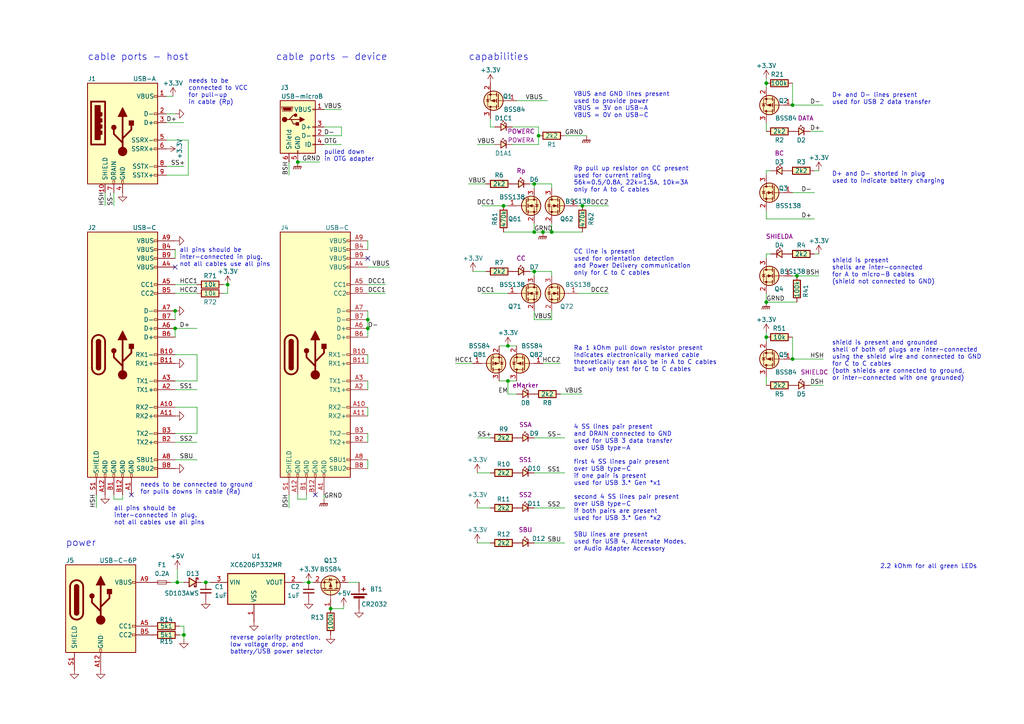
<source format=kicad_sch>
(kicad_sch (version 20230121) (generator eeschema)

  (uuid 43fc3289-82a7-492c-a423-3030e10115dc)

  (paper "A4")

  (title_block
    (title "USB micro-B & C cable tester")
    (date "$date$")
    (rev "$version$.$revision$")
    (company "CuVoodoo")
    (comment 1 "King Kévin")
    (comment 2 "CERN-OHL-S")
  )

  

  (junction (at 154.94 78.74) (diameter 0) (color 0 0 0 0)
    (uuid 082aa935-f96c-4fac-a94e-bfc0db31abc3)
  )
  (junction (at 222.25 87.63) (diameter 0) (color 0 0 0 0)
    (uuid 114cf4f5-454e-4c2d-8fd9-ca6a1200b512)
  )
  (junction (at 51.435 168.91) (diameter 0) (color 0 0 0 0)
    (uuid 289bcc37-a2ae-4e9d-a36e-2ddfa80a52bd)
  )
  (junction (at 50.8 95.25) (diameter 0) (color 0 0 0 0)
    (uuid 2ada3069-cd3c-48a7-9019-e79d40b021e2)
  )
  (junction (at 156.21 39.37) (diameter 0) (color 0 0 0 0)
    (uuid 320633b7-6aab-4313-9cb5-a8cd9ac6638b)
  )
  (junction (at 106.68 92.71) (diameter 0) (color 0 0 0 0)
    (uuid 38325c4b-7b2d-4445-929f-d74b79f81a3b)
  )
  (junction (at 147.32 110.49) (diameter 0) (color 0 0 0 0)
    (uuid 3ff511c9-304a-4036-b9e0-f031e5f8be54)
  )
  (junction (at 146.05 59.69) (diameter 0) (color 0 0 0 0)
    (uuid 44807466-4b0c-4c8e-9c95-f4efccdecc2c)
  )
  (junction (at 168.91 59.69) (diameter 0) (color 0 0 0 0)
    (uuid 45e269c3-58e2-40d4-bed7-2357c922264d)
  )
  (junction (at 50.8 90.17) (diameter 0) (color 0 0 0 0)
    (uuid 4ad7b43c-6063-4e0d-970c-0dc58650620a)
  )
  (junction (at 89.535 168.91) (diameter 0) (color 0 0 0 0)
    (uuid 4efa48bb-5e16-49ed-bf8c-8e0b7c145c8f)
  )
  (junction (at 154.94 53.34) (diameter 0) (color 0 0 0 0)
    (uuid 510b3b03-5c3d-49c6-84c8-f733d93dc337)
  )
  (junction (at 229.87 104.14) (diameter 0) (color 0 0 0 0)
    (uuid 5c0fe774-6a30-4fa1-8f74-cb1ff77ca8d6)
  )
  (junction (at 106.68 95.25) (diameter 0) (color 0 0 0 0)
    (uuid 641e6e88-5844-4728-927a-79785e811fcc)
  )
  (junction (at 222.25 97.79) (diameter 0) (color 0 0 0 0)
    (uuid 78124097-7c11-445a-b5e2-ba6bc8852567)
  )
  (junction (at 66.04 82.55) (diameter 0) (color 0 0 0 0)
    (uuid 7eac2e92-2052-4211-a953-9f7ad719dc36)
  )
  (junction (at 147.32 100.33) (diameter 0) (color 0 0 0 0)
    (uuid 87153324-0e77-476a-b066-9c0a25f92d3a)
  )
  (junction (at 157.48 67.31) (diameter 0) (color 0 0 0 0)
    (uuid a79bbd9f-2625-4190-b81a-f788b7b2dc06)
  )
  (junction (at 86.36 46.99) (diameter 0) (color 0 0 0 0)
    (uuid a8ab3967-ee50-4de8-b6e3-d4b3f5606719)
  )
  (junction (at 160.02 67.31) (diameter 0) (color 0 0 0 0)
    (uuid aee5bd8c-a9df-4604-a7ea-84005c030e91)
  )
  (junction (at 229.87 30.48) (diameter 0) (color 0 0 0 0)
    (uuid b2234ca7-5ecb-4d0c-8f4d-504763437e2e)
  )
  (junction (at 53.34 184.15) (diameter 0) (color 0 0 0 0)
    (uuid c5915283-e7bb-4980-a491-c2d1f975a3f9)
  )
  (junction (at 222.25 24.13) (diameter 0) (color 0 0 0 0)
    (uuid c75f90bf-36c3-4138-bcb1-d0b6a4832261)
  )
  (junction (at 95.885 176.53) (diameter 0) (color 0 0 0 0)
    (uuid c95a8c6c-559c-4040-948a-41731eb1e11d)
  )
  (junction (at 231.14 80.01) (diameter 0) (color 0 0 0 0)
    (uuid c9f4ad24-285c-4a97-ade1-2d97fa081726)
  )
  (junction (at 59.69 168.91) (diameter 0) (color 0 0 0 0)
    (uuid d1684b2f-e11f-4216-9ecb-f3029b2eb058)
  )
  (junction (at 154.94 67.31) (diameter 0) (color 0 0 0 0)
    (uuid ffcefbae-0f02-430e-bdab-d92fccb43170)
  )

  (no_connect (at 38.1 143.51) (uuid 11c8a2c8-0c1a-4b3a-b00c-44f8d0d9be1c))
  (no_connect (at 50.8 77.47) (uuid 917fd447-d502-43b5-ba06-2d93c87d9aca))
  (no_connect (at 106.68 74.93) (uuid 99833234-fd1f-4078-abc9-10d5f4cd7c79))
  (no_connect (at 91.44 143.51) (uuid b53b8de6-a94a-4f26-869c-90a4f017bdb7))

  (wire (pts (xy 222.25 35.56) (xy 222.25 38.1))
    (stroke (width 0) (type default))
    (uuid 03ae0c04-1185-433a-bed2-1f5f93af1cf0)
  )
  (wire (pts (xy 138.43 147.32) (xy 142.24 147.32))
    (stroke (width 0) (type default))
    (uuid 058e850f-bd6d-484f-a2d3-684e7cb0f56e)
  )
  (wire (pts (xy 138.43 137.16) (xy 142.24 137.16))
    (stroke (width 0) (type default))
    (uuid 05fee8af-2768-4178-b236-e33bd2b7a542)
  )
  (wire (pts (xy 154.94 53.34) (xy 154.94 54.61))
    (stroke (width 0) (type default))
    (uuid 072d5a3f-0713-40fd-ac6d-c1e2cc1bfe9e)
  )
  (wire (pts (xy 59.69 168.91) (xy 58.42 168.91))
    (stroke (width 0) (type default))
    (uuid 0854a6ae-12d7-4046-ba98-508b5ed4711d)
  )
  (wire (pts (xy 50.8 82.55) (xy 57.15 82.55))
    (stroke (width 0) (type default))
    (uuid 14a61830-a612-4117-b457-2a76441d5cf1)
  )
  (wire (pts (xy 50.8 102.87) (xy 57.15 102.87))
    (stroke (width 0) (type default))
    (uuid 17393f54-8d89-4681-87c6-c8c3732d43d0)
  )
  (wire (pts (xy 50.8 90.17) (xy 50.8 92.71))
    (stroke (width 0) (type default))
    (uuid 19383488-8f2c-4680-bfc4-960f29172843)
  )
  (wire (pts (xy 93.98 31.75) (xy 99.06 31.75))
    (stroke (width 0) (type default))
    (uuid 1b3d8cba-814d-447d-842c-06b4e6264ca8)
  )
  (wire (pts (xy 50.8 72.39) (xy 50.8 74.93))
    (stroke (width 0) (type default))
    (uuid 1c007509-5ca4-434b-9494-4bb3da8d138b)
  )
  (wire (pts (xy 176.53 59.69) (xy 168.91 59.69))
    (stroke (width 0) (type default))
    (uuid 1f4a857f-72f9-4545-b8aa-ea2deb9157df)
  )
  (wire (pts (xy 106.68 77.47) (xy 113.03 77.47))
    (stroke (width 0) (type default))
    (uuid 25ba62a8-67d7-4d32-af6c-c3ba9e5a4cd9)
  )
  (wire (pts (xy 54.61 40.64) (xy 54.61 50.8))
    (stroke (width 0) (type default))
    (uuid 276991ca-0fcb-49e0-9cb6-8a98d177d540)
  )
  (wire (pts (xy 50.8 95.25) (xy 50.8 97.79))
    (stroke (width 0) (type default))
    (uuid 27dce9a7-a1bb-43b3-bdd3-e8bdd0c9adc3)
  )
  (wire (pts (xy 139.7 85.09) (xy 147.32 85.09))
    (stroke (width 0) (type default))
    (uuid 28336525-ddf2-4a17-9a82-55effe586d1b)
  )
  (wire (pts (xy 50.8 125.73) (xy 57.15 125.73))
    (stroke (width 0) (type default))
    (uuid 28435c57-d9c5-450e-84f2-cab7b4bedfbd)
  )
  (wire (pts (xy 222.25 73.66) (xy 222.25 74.93))
    (stroke (width 0) (type default))
    (uuid 29542f16-92ba-4632-b7d9-c180854aad16)
  )
  (wire (pts (xy 57.15 102.87) (xy 57.15 110.49))
    (stroke (width 0) (type default))
    (uuid 2a63d8d2-dbba-4324-810b-442a38a8fd80)
  )
  (wire (pts (xy 147.32 110.49) (xy 147.32 114.3))
    (stroke (width 0) (type default))
    (uuid 2bc0253f-40c4-40e9-bfa1-d93cb43f7955)
  )
  (wire (pts (xy 140.97 78.74) (xy 137.16 78.74))
    (stroke (width 0) (type default))
    (uuid 2d9d00e6-6243-49ff-bcd1-f51a1d130fb2)
  )
  (wire (pts (xy 106.68 82.55) (xy 111.76 82.55))
    (stroke (width 0) (type default))
    (uuid 2edff2cd-65d3-44e0-9bd6-2b33ccc55dd6)
  )
  (wire (pts (xy 154.94 53.34) (xy 153.67 53.34))
    (stroke (width 0) (type default))
    (uuid 2ee25c37-cb0a-49c9-b9f7-9c802d932e77)
  )
  (wire (pts (xy 50.8 133.35) (xy 57.15 133.35))
    (stroke (width 0) (type default))
    (uuid 30d8a70d-0e85-4b8a-9f44-723dac79baaf)
  )
  (wire (pts (xy 66.04 85.09) (xy 64.77 85.09))
    (stroke (width 0) (type default))
    (uuid 350f542a-9da6-44b8-9b74-0a8c4695df70)
  )
  (wire (pts (xy 154.94 78.74) (xy 153.67 78.74))
    (stroke (width 0) (type default))
    (uuid 36d491bc-9825-4285-8078-3084eb011ddb)
  )
  (wire (pts (xy 168.91 67.31) (xy 160.02 67.31))
    (stroke (width 0) (type default))
    (uuid 374406ef-41b7-4178-b3a8-2124ee97d416)
  )
  (wire (pts (xy 229.87 55.88) (xy 236.22 55.88))
    (stroke (width 0) (type default))
    (uuid 38259cc8-e65c-4845-ad54-4507507fa530)
  )
  (wire (pts (xy 59.69 168.91) (xy 60.96 168.91))
    (stroke (width 0) (type default))
    (uuid 385b7ef5-f9b4-44fa-a4d6-5212e5fd1dee)
  )
  (wire (pts (xy 222.25 63.5) (xy 236.22 63.5))
    (stroke (width 0) (type default))
    (uuid 39a8657b-649f-4184-ab31-d92215be3f01)
  )
  (wire (pts (xy 154.94 147.32) (xy 163.83 147.32))
    (stroke (width 0) (type default))
    (uuid 3a2cce50-bef9-4eb4-a2b5-073a30e2f796)
  )
  (wire (pts (xy 106.68 95.25) (xy 106.68 97.79))
    (stroke (width 0) (type default))
    (uuid 3bc1aa1d-85bf-4cd2-bb93-2956dd892c01)
  )
  (wire (pts (xy 147.32 100.33) (xy 144.78 100.33))
    (stroke (width 0) (type default))
    (uuid 44560fd2-40ea-4d36-be0f-9cfc78fabc22)
  )
  (wire (pts (xy 142.24 36.83) (xy 143.51 36.83))
    (stroke (width 0) (type default))
    (uuid 4488f2aa-fb2c-4e47-a4c6-4889c00b9d3a)
  )
  (wire (pts (xy 51.435 168.91) (xy 49.53 168.91))
    (stroke (width 0) (type default))
    (uuid 4575c344-5b70-487b-b3ec-8ec49faf2757)
  )
  (wire (pts (xy 167.64 85.09) (xy 176.53 85.09))
    (stroke (width 0) (type default))
    (uuid 4602c891-3460-4180-8864-1397057f9c11)
  )
  (wire (pts (xy 90.805 168.91) (xy 89.535 168.91))
    (stroke (width 0) (type default))
    (uuid 460a103e-a1a6-42a0-8f52-da655e48ae48)
  )
  (wire (pts (xy 35.56 144.78) (xy 33.02 144.78))
    (stroke (width 0) (type default))
    (uuid 492f300c-e022-4abe-92d9-b7b3b3a0a92d)
  )
  (wire (pts (xy 86.36 144.78) (xy 88.9 144.78))
    (stroke (width 0) (type default))
    (uuid 4afdc314-191d-468c-b509-15f55a4b57f9)
  )
  (wire (pts (xy 86.36 143.51) (xy 86.36 144.78))
    (stroke (width 0) (type default))
    (uuid 4bc93508-6d68-46cf-a800-6e0eda1ec42d)
  )
  (wire (pts (xy 229.87 97.79) (xy 229.87 104.14))
    (stroke (width 0) (type default))
    (uuid 4d53ace4-9877-42b1-a895-0153b95952c3)
  )
  (wire (pts (xy 222.25 109.22) (xy 222.25 111.76))
    (stroke (width 0) (type default))
    (uuid 4e4dd450-88d6-441a-826f-f929a95f5692)
  )
  (wire (pts (xy 222.25 24.13) (xy 222.25 25.4))
    (stroke (width 0) (type default))
    (uuid 4eefa2e8-44d8-4d95-85d9-cb89f2fc5724)
  )
  (wire (pts (xy 93.98 143.51) (xy 93.98 144.78))
    (stroke (width 0) (type default))
    (uuid 50573c3e-57bc-4f1d-afbb-6d1d89e7bfe9)
  )
  (wire (pts (xy 66.04 82.55) (xy 66.04 85.09))
    (stroke (width 0) (type default))
    (uuid 50c12728-5eb8-4214-a861-2aa6376182c7)
  )
  (wire (pts (xy 50.8 33.02) (xy 48.26 33.02))
    (stroke (width 0) (type default))
    (uuid 557b3ac7-d37b-44b6-b774-4f17256ac04d)
  )
  (wire (pts (xy 146.05 67.31) (xy 154.94 67.31))
    (stroke (width 0) (type default))
    (uuid 57cc2b4c-797f-4508-912e-4670ad5b41b1)
  )
  (wire (pts (xy 229.87 104.14) (xy 238.76 104.14))
    (stroke (width 0) (type default))
    (uuid 590b9cc0-1a6d-4baa-94b1-e75f9d080016)
  )
  (wire (pts (xy 53.34 168.91) (xy 51.435 168.91))
    (stroke (width 0) (type default))
    (uuid 5a8fc1a5-1ab4-4f1e-a0f4-8552978c1b5a)
  )
  (wire (pts (xy 57.15 118.11) (xy 57.15 125.73))
    (stroke (width 0) (type default))
    (uuid 5bb1aeb5-86d9-452a-9d37-2271843ef1df)
  )
  (wire (pts (xy 53.34 184.15) (xy 52.07 184.15))
    (stroke (width 0) (type default))
    (uuid 5d896b93-393f-4443-88a8-919923b43e9d)
  )
  (wire (pts (xy 154.94 137.16) (xy 163.83 137.16))
    (stroke (width 0) (type default))
    (uuid 5e17f6da-9ba0-42b4-84ea-3b0f1b83cdaf)
  )
  (wire (pts (xy 33.02 55.88) (xy 33.02 59.69))
    (stroke (width 0) (type default))
    (uuid 613978bd-aba7-4a8c-9843-0b80ebfbb55c)
  )
  (wire (pts (xy 57.15 110.49) (xy 50.8 110.49))
    (stroke (width 0) (type default))
    (uuid 619b85e1-223a-42fa-b695-22ab0f293dbd)
  )
  (wire (pts (xy 53.34 181.61) (xy 53.34 184.15))
    (stroke (width 0) (type default))
    (uuid 6336be03-e1ae-464f-a17e-2ed4288953f6)
  )
  (wire (pts (xy 146.05 59.69) (xy 139.7 59.69))
    (stroke (width 0) (type default))
    (uuid 63d589ba-6307-4aa1-9171-d9bbcc64bedd)
  )
  (wire (pts (xy 86.36 46.99) (xy 92.71 46.99))
    (stroke (width 0) (type default))
    (uuid 65a90dfb-42d1-4f3e-80b6-95f1b2fb6d8e)
  )
  (wire (pts (xy 87.63 168.91) (xy 89.535 168.91))
    (stroke (width 0) (type default))
    (uuid 698dc69b-6fad-41bc-adba-5eb212d77878)
  )
  (wire (pts (xy 229.87 24.13) (xy 229.87 30.48))
    (stroke (width 0) (type default))
    (uuid 69dcc655-1d5f-4e01-8bbe-bfae82dab7e4)
  )
  (wire (pts (xy 144.78 110.49) (xy 147.32 110.49))
    (stroke (width 0) (type default))
    (uuid 6bb57519-bbbb-4ad6-9a85-9749d45c5a88)
  )
  (wire (pts (xy 106.68 118.11) (xy 106.68 120.65))
    (stroke (width 0) (type default))
    (uuid 6bc07b76-91ad-4ae8-a042-4b2aa7b61496)
  )
  (wire (pts (xy 142.24 36.83) (xy 142.24 34.29))
    (stroke (width 0) (type default))
    (uuid 6f7597af-f205-445a-a89e-d85794779281)
  )
  (wire (pts (xy 154.94 127) (xy 163.83 127))
    (stroke (width 0) (type default))
    (uuid 6f94f23a-195f-4579-86a2-160920916b68)
  )
  (wire (pts (xy 135.89 53.34) (xy 140.97 53.34))
    (stroke (width 0) (type default))
    (uuid 6fcd7c90-5325-4638-af05-636b06692647)
  )
  (wire (pts (xy 33.02 144.78) (xy 33.02 143.51))
    (stroke (width 0) (type default))
    (uuid 7119b70d-44c7-403d-a5b3-b08799f4ed8d)
  )
  (wire (pts (xy 48.26 50.8) (xy 54.61 50.8))
    (stroke (width 0) (type default))
    (uuid 718a391c-e4c7-4726-85f0-5d8732eb97a3)
  )
  (wire (pts (xy 50.165 27.94) (xy 48.26 27.94))
    (stroke (width 0) (type default))
    (uuid 73c4b4dd-99fb-42ac-bb45-ec2612e43b98)
  )
  (wire (pts (xy 30.48 55.88) (xy 30.48 59.69))
    (stroke (width 0) (type default))
    (uuid 7417873a-4962-4340-b911-04c464b66a1c)
  )
  (wire (pts (xy 88.9 144.78) (xy 88.9 143.51))
    (stroke (width 0) (type default))
    (uuid 75b01801-04b5-4676-b9aa-f559061d0919)
  )
  (wire (pts (xy 229.87 80.01) (xy 231.14 80.01))
    (stroke (width 0) (type default))
    (uuid 761713d5-4675-4590-a3f0-800a12bed9ab)
  )
  (wire (pts (xy 93.98 41.91) (xy 99.06 41.91))
    (stroke (width 0) (type default))
    (uuid 7c6e5df9-d1ac-467d-946f-4d26e22f8bf4)
  )
  (wire (pts (xy 53.34 185.42) (xy 53.34 184.15))
    (stroke (width 0) (type default))
    (uuid 7fbfa2ba-5823-4390-86dd-3318b333b179)
  )
  (wire (pts (xy 106.68 110.49) (xy 106.68 113.03))
    (stroke (width 0) (type default))
    (uuid 7fc10c45-631a-4625-b696-d086d3d46ffd)
  )
  (wire (pts (xy 106.68 125.73) (xy 106.68 128.27))
    (stroke (width 0) (type default))
    (uuid 820d89b7-f4ed-4b99-af00-4c79bdfc8dd1)
  )
  (wire (pts (xy 48.26 35.56) (xy 53.34 35.56))
    (stroke (width 0) (type default))
    (uuid 853c4993-5d75-4514-a7ea-a9cf8141e9d3)
  )
  (wire (pts (xy 106.68 92.71) (xy 106.68 95.25))
    (stroke (width 0) (type default))
    (uuid 853dcbed-361f-4955-91bb-252d075e1ccb)
  )
  (wire (pts (xy 104.14 168.91) (xy 100.965 168.91))
    (stroke (width 0) (type default))
    (uuid 85817ea5-bc29-42f3-8c4f-8a8e52bb79f2)
  )
  (wire (pts (xy 154.94 78.74) (xy 154.94 80.01))
    (stroke (width 0) (type default))
    (uuid 87d03ec3-8bca-4079-8e76-19e9514197a7)
  )
  (wire (pts (xy 52.07 181.61) (xy 53.34 181.61))
    (stroke (width 0) (type default))
    (uuid 89ecc412-1e84-405d-b53a-83e57378cf30)
  )
  (wire (pts (xy 51.435 165.1) (xy 51.435 168.91))
    (stroke (width 0) (type default))
    (uuid 8e843094-2823-4089-a680-aa556895e059)
  )
  (wire (pts (xy 222.25 63.5) (xy 222.25 60.96))
    (stroke (width 0) (type default))
    (uuid 8f25a14d-9fe5-485e-8b87-3dc122c8315a)
  )
  (wire (pts (xy 222.25 22.86) (xy 222.25 24.13))
    (stroke (width 0) (type default))
    (uuid 8f4ba3e1-7b1a-41bd-a08d-0f2d9392d313)
  )
  (wire (pts (xy 160.02 90.17) (xy 160.02 92.71))
    (stroke (width 0) (type default))
    (uuid 9265cf46-795e-4f3c-ba29-1b800506b1e0)
  )
  (wire (pts (xy 222.25 49.53) (xy 223.52 49.53))
    (stroke (width 0) (type default))
    (uuid 952cb0db-64bb-4d56-8bc1-2aec04deceec)
  )
  (wire (pts (xy 229.87 30.48) (xy 238.76 30.48))
    (stroke (width 0) (type default))
    (uuid 969a5ab6-7ce0-4053-a507-48450d62e7ca)
  )
  (wire (pts (xy 99.695 176.53) (xy 99.695 175.895))
    (stroke (width 0) (type default))
    (uuid 97937882-ebe1-44c3-b975-91a9491b2c66)
  )
  (wire (pts (xy 156.21 39.37) (xy 156.21 41.91))
    (stroke (width 0) (type default))
    (uuid 985d2170-d00c-47e9-8fd1-fa4e153f5b2f)
  )
  (wire (pts (xy 160.02 78.74) (xy 160.02 80.01))
    (stroke (width 0) (type default))
    (uuid 9c54c110-e790-4224-b881-03784f1bbe30)
  )
  (wire (pts (xy 154.94 53.34) (xy 160.02 53.34))
    (stroke (width 0) (type default))
    (uuid a0d5e9b8-e1c7-458b-81dd-edf58b7d8dca)
  )
  (wire (pts (xy 222.25 49.53) (xy 222.25 50.8))
    (stroke (width 0) (type default))
    (uuid a47a528f-840b-49c8-b178-7ed4792a562e)
  )
  (wire (pts (xy 50.8 113.03) (xy 57.15 113.03))
    (stroke (width 0) (type default))
    (uuid a5af42de-eb8f-4bc2-8fee-f95ab3984031)
  )
  (wire (pts (xy 222.25 73.66) (xy 223.52 73.66))
    (stroke (width 0) (type default))
    (uuid a5dd78ae-b3a0-4ae5-8da2-43a8651f15d5)
  )
  (wire (pts (xy 50.8 128.27) (xy 57.15 128.27))
    (stroke (width 0) (type default))
    (uuid a5fc5169-e55c-4f7d-bb78-9a2f738c0734)
  )
  (wire (pts (xy 162.56 105.41) (xy 157.48 105.41))
    (stroke (width 0) (type default))
    (uuid aa52df66-cd92-4c74-b4c8-f3ad90c6c976)
  )
  (wire (pts (xy 138.43 127) (xy 142.24 127))
    (stroke (width 0) (type default))
    (uuid aaad0c1b-e20c-486f-9fae-b9ad39bba615)
  )
  (wire (pts (xy 236.22 73.66) (xy 237.49 73.66))
    (stroke (width 0) (type default))
    (uuid b13fd832-9c84-47ea-a4d3-094a1b6d954f)
  )
  (wire (pts (xy 163.83 39.37) (xy 170.18 39.37))
    (stroke (width 0) (type default))
    (uuid b1893fdf-2553-4d6a-99f3-b769d63cd5d2)
  )
  (wire (pts (xy 156.21 41.91) (xy 148.59 41.91))
    (stroke (width 0) (type default))
    (uuid b21a262c-4ead-4fa8-a4cb-6bd41f1cc8de)
  )
  (wire (pts (xy 83.82 143.51) (xy 83.82 147.32))
    (stroke (width 0) (type default))
    (uuid b35fdec7-7e62-4f66-b766-4045ccb5b31c)
  )
  (wire (pts (xy 168.91 59.69) (xy 167.64 59.69))
    (stroke (width 0) (type default))
    (uuid b3e2cc72-3650-480a-ad16-a4004e82ee9a)
  )
  (wire (pts (xy 106.68 85.09) (xy 111.76 85.09))
    (stroke (width 0) (type default))
    (uuid b7c97a14-e816-4e0f-9559-b34e50f7ab13)
  )
  (wire (pts (xy 157.48 67.31) (xy 154.94 67.31))
    (stroke (width 0) (type default))
    (uuid b9b7a763-cb56-412e-8b61-18fe77bc1bbc)
  )
  (wire (pts (xy 27.94 143.51) (xy 27.94 147.32))
    (stroke (width 0) (type default))
    (uuid ba94c67a-b5be-4e8c-b7f1-1d5e1be46691)
  )
  (wire (pts (xy 149.86 29.21) (xy 158.75 29.21))
    (stroke (width 0) (type default))
    (uuid bab892d1-6823-4dc6-9248-046a33d57663)
  )
  (wire (pts (xy 236.22 49.53) (xy 237.49 49.53))
    (stroke (width 0) (type default))
    (uuid bebfb6ae-e273-420d-947a-398a4c09fcdb)
  )
  (wire (pts (xy 154.94 67.31) (xy 154.94 64.77))
    (stroke (width 0) (type default))
    (uuid bf00c5dd-3aa9-414f-a7a1-2fefb1ef3792)
  )
  (wire (pts (xy 106.68 69.85) (xy 106.68 72.39))
    (stroke (width 0) (type default))
    (uuid c1dddb78-a316-4399-ab78-ea6ab2988d13)
  )
  (wire (pts (xy 50.8 85.09) (xy 57.15 85.09))
    (stroke (width 0) (type default))
    (uuid c1ec49d2-9934-4148-ae86-547b3d92f6fc)
  )
  (wire (pts (xy 160.02 53.34) (xy 160.02 54.61))
    (stroke (width 0) (type default))
    (uuid c228a186-dc68-4b96-9062-316496ded65b)
  )
  (wire (pts (xy 231.14 80.01) (xy 237.49 80.01))
    (stroke (width 0) (type default))
    (uuid c3d0241b-4ad1-4c87-b433-364efacd603b)
  )
  (wire (pts (xy 168.91 114.3) (xy 162.56 114.3))
    (stroke (width 0) (type default))
    (uuid c4224f30-00a5-464f-93bd-ba0e40b8a09d)
  )
  (wire (pts (xy 148.59 36.83) (xy 156.21 36.83))
    (stroke (width 0) (type default))
    (uuid c5f994be-f438-4f80-bdc5-fce7555cb130)
  )
  (wire (pts (xy 154.94 92.71) (xy 160.02 92.71))
    (stroke (width 0) (type default))
    (uuid c68e4d33-03df-4ef6-810d-0592fdd2b519)
  )
  (wire (pts (xy 93.98 36.83) (xy 99.06 36.83))
    (stroke (width 0) (type default))
    (uuid cf7dbfbf-3365-45a7-a34b-1b88229cf79e)
  )
  (wire (pts (xy 106.68 102.87) (xy 106.68 105.41))
    (stroke (width 0) (type default))
    (uuid d1899288-440a-4af4-9556-fd48fb1220f0)
  )
  (wire (pts (xy 222.25 87.63) (xy 222.25 85.09))
    (stroke (width 0) (type default))
    (uuid d222dea9-29b3-47b4-8484-3897b8cb443c)
  )
  (wire (pts (xy 157.48 67.31) (xy 160.02 67.31))
    (stroke (width 0) (type default))
    (uuid d2d2735f-ccb3-42d3-8ae5-202b009dbfef)
  )
  (wire (pts (xy 156.21 36.83) (xy 156.21 39.37))
    (stroke (width 0) (type default))
    (uuid d3af41d4-8e54-4b48-bc88-dc7cf3b4b6cc)
  )
  (wire (pts (xy 50.8 118.11) (xy 57.15 118.11))
    (stroke (width 0) (type default))
    (uuid d3e5d5bd-43b6-4521-b8d2-10f928a52895)
  )
  (wire (pts (xy 93.98 39.37) (xy 99.06 39.37))
    (stroke (width 0) (type default))
    (uuid d3f621c3-5dbf-46a0-9657-6e10bdfb643e)
  )
  (wire (pts (xy 99.695 176.53) (xy 95.885 176.53))
    (stroke (width 0) (type default))
    (uuid d540061a-7af6-4654-af10-0190b57f2225)
  )
  (wire (pts (xy 138.43 157.48) (xy 142.24 157.48))
    (stroke (width 0) (type default))
    (uuid d6800ec0-87cd-4e41-be3b-4a60b98f2b19)
  )
  (wire (pts (xy 83.82 46.99) (xy 83.82 50.8))
    (stroke (width 0) (type default))
    (uuid d6de93af-fceb-44a0-9941-0f1a13fc57bb)
  )
  (wire (pts (xy 35.56 143.51) (xy 35.56 144.78))
    (stroke (width 0) (type default))
    (uuid d7a34bac-a72d-4c48-99d9-b98149d653f9)
  )
  (wire (pts (xy 154.94 157.48) (xy 163.83 157.48))
    (stroke (width 0) (type default))
    (uuid d8ce98cc-53f3-43f6-aad8-cf62bf01acb4)
  )
  (wire (pts (xy 138.43 41.91) (xy 143.51 41.91))
    (stroke (width 0) (type default))
    (uuid db904089-aa6c-477e-877c-abfe8a63bee1)
  )
  (wire (pts (xy 231.14 87.63) (xy 222.25 87.63))
    (stroke (width 0) (type default))
    (uuid dbea2d69-5d20-462c-927f-3fd1486aef32)
  )
  (wire (pts (xy 106.68 90.17) (xy 106.68 92.71))
    (stroke (width 0) (type default))
    (uuid dd89da4f-1232-43f3-b843-3bd60dfc8441)
  )
  (wire (pts (xy 234.95 111.76) (xy 238.76 111.76))
    (stroke (width 0) (type default))
    (uuid de3bcc81-4040-4aea-a6ad-ff64002a2e5a)
  )
  (wire (pts (xy 149.86 100.33) (xy 147.32 100.33))
    (stroke (width 0) (type default))
    (uuid e0081f71-25b2-40d2-812c-c9704cd5ef55)
  )
  (wire (pts (xy 50.8 95.25) (xy 57.15 95.25))
    (stroke (width 0) (type default))
    (uuid e27ed8c9-569b-4c33-b550-1499022fce26)
  )
  (wire (pts (xy 149.86 114.3) (xy 147.32 114.3))
    (stroke (width 0) (type default))
    (uuid e55e8310-5ea0-4113-91f5-cd5262e67fc6)
  )
  (wire (pts (xy 48.26 48.26) (xy 53.34 48.26))
    (stroke (width 0) (type default))
    (uuid e94d1faf-5658-4c07-a785-1c2ebe29ec2d)
  )
  (wire (pts (xy 222.25 99.06) (xy 222.25 97.79))
    (stroke (width 0) (type default))
    (uuid e9c3854f-2964-48d2-8297-8d1a78107d80)
  )
  (wire (pts (xy 147.32 59.69) (xy 146.05 59.69))
    (stroke (width 0) (type default))
    (uuid e9f5988b-f031-4527-9fe5-37f7445e25e5)
  )
  (wire (pts (xy 154.94 78.74) (xy 160.02 78.74))
    (stroke (width 0) (type default))
    (uuid ee4d67cb-b913-4e6e-bd4d-50f3d37a69e8)
  )
  (wire (pts (xy 147.32 110.49) (xy 149.86 110.49))
    (stroke (width 0) (type default))
    (uuid eefa724a-a9ae-4e5b-a7bf-e6c6df8fffb2)
  )
  (wire (pts (xy 154.94 92.71) (xy 154.94 90.17))
    (stroke (width 0) (type default))
    (uuid efe8ded8-e0f3-4654-950a-a38c49fd5d1f)
  )
  (wire (pts (xy 99.06 36.83) (xy 99.06 39.37))
    (stroke (width 0) (type default))
    (uuid f126dea6-f42f-4dc1-8b21-a8cbc1fcbcef)
  )
  (wire (pts (xy 222.25 96.52) (xy 222.25 97.79))
    (stroke (width 0) (type default))
    (uuid f5a66801-4139-4eef-a0c5-68724b4eaa12)
  )
  (wire (pts (xy 160.02 64.77) (xy 160.02 67.31))
    (stroke (width 0) (type default))
    (uuid f5d69643-6754-40ac-bdfc-7b5f3ebf4dee)
  )
  (wire (pts (xy 48.26 40.64) (xy 54.61 40.64))
    (stroke (width 0) (type default))
    (uuid f6bab887-0992-45df-bc68-e1706b7996df)
  )
  (wire (pts (xy 64.77 82.55) (xy 66.04 82.55))
    (stroke (width 0) (type default))
    (uuid f8077948-e884-4aab-b21c-350e13c32553)
  )
  (wire (pts (xy 137.16 105.41) (xy 132.08 105.41))
    (stroke (width 0) (type default))
    (uuid f8941b38-d75d-4ae1-8441-d8653838c9ba)
  )
  (wire (pts (xy 106.68 133.35) (xy 106.68 135.89))
    (stroke (width 0) (type default))
    (uuid f908e971-af2d-4628-9c7c-e7a7f071c75f)
  )
  (wire (pts (xy 234.95 38.1) (xy 238.76 38.1))
    (stroke (width 0) (type default))
    (uuid fdff669a-cac0-475c-b2c9-8eb8c58fe53b)
  )

  (text "SBU lines are present\nused for USB 4, Alternate Modes,\nor Audio Adapter Accessory"
    (at 166.37 160.02 0)
    (effects (font (size 1.27 1.27)) (justify left bottom))
    (uuid 1adafc2d-f525-4b3c-ac25-6d9fbaf0bf42)
  )
  (text "2.2 kOhm for all green LEDs" (at 255.27 165.1 0)
    (effects (font (size 1.27 1.27)) (justify left bottom))
    (uuid 2d573aa4-062a-4b36-9067-4510d65ed991)
  )
  (text "D+ and D- shorted in plug\nused to indicate battery charging"
    (at 241.3 53.34 0)
    (effects (font (size 1.27 1.27)) (justify left bottom))
    (uuid 45d7daa2-b037-47e8-bf08-574e75f386fb)
  )
  (text "first 4 SS lines pair present\nover USB type-C\nif one pair is present\nused for USB 3.* Gen *x1"
    (at 166.37 140.97 0)
    (effects (font (size 1.27 1.27)) (justify left bottom))
    (uuid 4dc25b25-3a85-436c-91eb-0bad558d1475)
  )
  (text "4 SS lines pair present\nand DRAIN connected to GND\nused for USB 3 data transfer\nover USB type-A"
    (at 166.37 130.81 0)
    (effects (font (size 1.27 1.27)) (justify left bottom))
    (uuid 4e8585ae-22e4-4675-8cd0-de002aabbad9)
  )
  (text "VBUS and GND lines present\nused to provide power\nVBUS = 3V on USB-A\nVBUS = 0V on USB-C\n"
    (at 166.37 34.29 0)
    (effects (font (size 1.27 1.27)) (justify left bottom))
    (uuid 4f90faf4-01df-4871-80ae-793c4e20c431)
  )
  (text "second 4 SS lines pair present\nover USB type-C\nif both pairs are present\nused for USB 3.* Gen *x2"
    (at 166.37 151.13 0)
    (effects (font (size 1.27 1.27)) (justify left bottom))
    (uuid 61dafaae-de95-457c-a410-f157f5b9ae24)
  )
  (text "pulled down\nin OTG adapter" (at 93.98 46.99 0)
    (effects (font (size 1.27 1.27)) (justify left bottom))
    (uuid 658f5dfc-5099-4449-a0f3-5efe6586e55e)
  )
  (text "shield is present\nshells are inter-connected\nfor A to micro-B cables\n(shield not connected to GND)"
    (at 241.3 82.55 0)
    (effects (font (size 1.27 1.27)) (justify left bottom))
    (uuid 66a71338-7155-4f1e-8522-665f0c641a5d)
  )
  (text "needs to be connected to ground\nfor pulls downs in cable (Ra)"
    (at 40.64 143.51 0)
    (effects (font (size 1.27 1.27)) (justify left bottom))
    (uuid 77430462-eca4-405f-8324-90720f5e7ed3)
  )
  (text "CC line is present\nused for orientation detection\nand Power Delivery communication\nonly for C to C cables"
    (at 166.37 80.01 0)
    (effects (font (size 1.27 1.27)) (justify left bottom))
    (uuid 78689a44-e852-420c-998d-a52a537e3ff6)
  )
  (text "all pins should be\ninter-connected in plug.\nnot all cables use all pins\n"
    (at 52.07 77.47 0)
    (effects (font (size 1.27 1.27)) (justify left bottom))
    (uuid 7c6908bb-bf5a-4ebc-8a64-31ea8ec41e17)
  )
  (text "power" (at 19.05 158.75 0)
    (effects (font (size 2 2)) (justify left bottom))
    (uuid 7cd5829b-a2f0-44a1-833a-f0d5ae0ee9a5)
  )
  (text "cable ports - host" (at 25.4 17.78 0)
    (effects (font (size 2 2)) (justify left bottom))
    (uuid 87e29572-b44f-406c-af71-3aa85a70b833)
  )
  (text "D+ and D- lines present\nused for USB 2 data transfer"
    (at 241.3 30.48 0)
    (effects (font (size 1.27 1.27)) (justify left bottom))
    (uuid 9764d284-3792-405d-b2cb-05a32485b422)
  )
  (text "capabilities" (at 135.89 17.78 0)
    (effects (font (size 2 2)) (justify left bottom))
    (uuid a1cc446e-2c5b-4746-bd91-a6e9cefcc9e2)
  )
  (text "needs to be\nconnected to VCC\nfor pull-up\nin cable (Rp)"
    (at 54.61 30.48 0)
    (effects (font (size 1.27 1.27)) (justify left bottom))
    (uuid bb2eb9ca-5a77-480c-9260-a67ec54b04f8)
  )
  (text "shield is present and grounded\nshell of both of plugs are inter-connected\nusing the shield wire and connected to GND\nfor C to C cables\n(both shields are connected to ground,\nor inter-connected with one grounded)"
    (at 241.3 110.49 0)
    (effects (font (size 1.27 1.27)) (justify left bottom))
    (uuid be53954e-5af1-4cf3-a167-84280431acef)
  )
  (text "Ra 1 kOhm pull down resistor present\nindicates electronically marked cable\ntheoretically can also be in A to C cables\nbut we only test for C to C cables"
    (at 166.37 107.95 0)
    (effects (font (size 1.27 1.27)) (justify left bottom))
    (uuid c69e7188-34e7-4bc4-bca4-c4cea531f6f3)
  )
  (text "cable ports - device" (at 80.01 17.78 0)
    (effects (font (size 2 2)) (justify left bottom))
    (uuid cc2c277b-bf9d-4ca1-8d97-bed1406397d2)
  )
  (text "reverse polarity protection,\nlow voltage drop, and\nbattery/USB power selector"
    (at 66.675 189.865 0)
    (effects (font (size 1.27 1.27)) (justify left bottom))
    (uuid d0a6c1e2-d8ae-4573-91e0-8469fc079331)
  )
  (text "all pins should be\ninter-connected in plug.\nnot all cables use all pins\n"
    (at 33.02 152.4 0)
    (effects (font (size 1.27 1.27)) (justify left bottom))
    (uuid df84a1bf-fa03-4ea5-a935-c598c065029a)
  )
  (text "all signals" (at 300.99 88.9 0)
    (effects (font (size 1.27 1.27)) (justify left bottom))
    (uuid f0e70120-63cd-4438-8a93-cafce862367e)
  )
  (text "Rp pull up resistor on CC present\nused for current rating\n56k=0.5/0.8A, 22k=1.5A, 10k=3A\nonly for A to C cables"
    (at 166.37 55.88 0)
    (effects (font (size 1.27 1.27)) (justify left bottom))
    (uuid fd399257-a7a1-4be2-b847-394bfe7d697b)
  )

  (label "D+" (at 232.41 63.5 0) (fields_autoplaced)
    (effects (font (size 1.27 1.27)) (justify left bottom))
    (uuid 017353a8-8b8a-4cf8-b2bd-0c60a62626da)
  )
  (label "DCC2" (at 176.53 59.69 180) (fields_autoplaced)
    (effects (font (size 1.27 1.27)) (justify right bottom))
    (uuid 0d8ee66d-7640-44b8-b586-6a820328fde8)
  )
  (label "GRND" (at 87.63 46.99 0) (fields_autoplaced)
    (effects (font (size 1.27 1.27)) (justify left bottom))
    (uuid 0dda3373-99bf-43fa-a8b9-1ce55500298e)
  )
  (label "SS2" (at 52.07 128.27 0) (fields_autoplaced)
    (effects (font (size 1.27 1.27)) (justify left bottom))
    (uuid 106dc67a-e436-41ac-a16f-1fb591c8338d)
  )
  (label "HCC1" (at 300.99 113.03 0) (fields_autoplaced)
    (effects (font (size 1.27 1.27)) (justify left bottom))
    (uuid 1b107573-3ca2-4efd-b5ff-d55e8b3997b0)
  )
  (label "HCC2" (at 52.07 85.09 0) (fields_autoplaced)
    (effects (font (size 1.27 1.27)) (justify left bottom))
    (uuid 20da7c68-3c60-4456-a256-630f6ee8dbd9)
  )
  (label "HCC2" (at 300.99 115.57 0) (fields_autoplaced)
    (effects (font (size 1.27 1.27)) (justify left bottom))
    (uuid 27318937-ec75-4480-99e2-91927bac678a)
  )
  (label "BSH" (at 300.99 133.35 0) (fields_autoplaced)
    (effects (font (size 1.27 1.27)) (justify left bottom))
    (uuid 296a9b40-0b5a-4167-9db9-731133d75583)
  )
  (label "BSH" (at 233.68 80.01 0) (fields_autoplaced)
    (effects (font (size 1.27 1.27)) (justify left bottom))
    (uuid 2aea1cdc-83bd-40ee-927f-1fd4029e0e40)
  )
  (label "SS1" (at 300.99 107.95 0) (fields_autoplaced)
    (effects (font (size 1.27 1.27)) (justify left bottom))
    (uuid 2dc8e4cc-9a27-4907-b954-456b1f6d8bd4)
  )
  (label "VBUS" (at 152.4 29.21 0) (fields_autoplaced)
    (effects (font (size 1.27 1.27)) (justify left bottom))
    (uuid 374b8270-0b7e-44c2-9bc2-3715871395ea)
  )
  (label "SS-" (at 300.99 102.87 0) (fields_autoplaced)
    (effects (font (size 1.27 1.27)) (justify left bottom))
    (uuid 3e9ad269-0a40-4f34-9a22-6b11103467a7)
  )
  (label "HSH" (at 27.94 147.32 90) (fields_autoplaced)
    (effects (font (size 1.27 1.27)) (justify left bottom))
    (uuid 41d2c5ae-65c4-41bb-8b9f-d81cb4665092)
  )
  (label "D-" (at 234.95 30.48 0) (fields_autoplaced)
    (effects (font (size 1.27 1.27)) (justify left bottom))
    (uuid 439d7db0-574e-418f-86e2-d3bbf2a013d7)
  )
  (label "BSH" (at 83.82 50.8 90) (fields_autoplaced)
    (effects (font (size 1.27 1.27)) (justify left bottom))
    (uuid 4c93e3ab-5cdc-43ff-b164-794f333265ad)
  )
  (label "SS2" (at 158.75 147.32 0) (fields_autoplaced)
    (effects (font (size 1.27 1.27)) (justify left bottom))
    (uuid 4e7c23d7-e791-46e1-a8d4-55317f3576f0)
  )
  (label "OTG" (at 93.98 41.91 0) (fields_autoplaced)
    (effects (font (size 1.27 1.27)) (justify left bottom))
    (uuid 507cac12-6de5-4a27-b579-9f0e5d99ebd7)
  )
  (label "VBUS" (at 163.83 114.3 0) (fields_autoplaced)
    (effects (font (size 1.27 1.27)) (justify left bottom))
    (uuid 53066100-0b90-422c-a8f1-c78b3a13e65f)
  )
  (label "VBUS" (at 93.98 31.75 0) (fields_autoplaced)
    (effects (font (size 1.27 1.27)) (justify left bottom))
    (uuid 585a698f-743d-4eb5-beb1-b823e66a7553)
  )
  (label "VBUS" (at 300.99 92.71 0) (fields_autoplaced)
    (effects (font (size 1.27 1.27)) (justify left bottom))
    (uuid 5986edc6-61ff-4434-9d5e-d5583cf86777)
  )
  (label "DCC1" (at 106.68 82.55 0) (fields_autoplaced)
    (effects (font (size 1.27 1.27)) (justify left bottom))
    (uuid 623a96f9-c141-4861-89b4-621761582378)
  )
  (label "DCC2" (at 176.53 85.09 180) (fields_autoplaced)
    (effects (font (size 1.27 1.27)) (justify right bottom))
    (uuid 630d0093-5191-4ba2-9b22-c0189a1b7a06)
  )
  (label "SS1" (at 52.07 113.03 0) (fields_autoplaced)
    (effects (font (size 1.27 1.27)) (justify left bottom))
    (uuid 67afcca8-22f2-46db-9f78-daeb2e90c28d)
  )
  (label "GRND" (at 154.94 67.31 0) (fields_autoplaced)
    (effects (font (size 1.27 1.27)) (justify left bottom))
    (uuid 68dc248d-e0e2-47ec-97ba-c9d33eab16f2)
  )
  (label "VBUS" (at 160.02 92.71 180) (fields_autoplaced)
    (effects (font (size 1.27 1.27)) (justify right bottom))
    (uuid 697d4bc5-d64e-448a-af7c-be8835a72918)
  )
  (label "SBU" (at 300.99 125.73 0) (fields_autoplaced)
    (effects (font (size 1.27 1.27)) (justify left bottom))
    (uuid 6e9cce4e-181d-45d2-ac16-3576c9d96d7a)
  )
  (label "SBU" (at 52.07 133.35 0) (fields_autoplaced)
    (effects (font (size 1.27 1.27)) (justify left bottom))
    (uuid 6fcd48ac-b487-42c3-ba3c-94dba01dc923)
  )
  (label "VBUS" (at 107.95 77.47 0) (fields_autoplaced)
    (effects (font (size 1.27 1.27)) (justify left bottom))
    (uuid 7072b27b-0cfd-443b-b703-3e087f90f68e)
  )
  (label "OTG" (at 300.99 123.19 0) (fields_autoplaced)
    (effects (font (size 1.27 1.27)) (justify left bottom))
    (uuid 7085f5a2-f989-46d5-a59b-3f6079ece20b)
  )
  (label "SBU" (at 158.75 157.48 0) (fields_autoplaced)
    (effects (font (size 1.27 1.27)) (justify left bottom))
    (uuid 7444e430-e3ce-4823-8dc2-9a850d0a4d00)
  )
  (label "SS1" (at 158.75 137.16 0) (fields_autoplaced)
    (effects (font (size 1.27 1.27)) (justify left bottom))
    (uuid 82201835-9b54-42ab-a699-7c69360bcab2)
  )
  (label "DCC1" (at 143.51 59.69 180) (fields_autoplaced)
    (effects (font (size 1.27 1.27)) (justify right bottom))
    (uuid 85947192-f860-4698-a3bb-8fadfb7609b8)
  )
  (label "HSH" (at 300.99 128.27 0) (fields_autoplaced)
    (effects (font (size 1.27 1.27)) (justify left bottom))
    (uuid 86dd63ef-8f51-4197-b393-50e35cc58dda)
  )
  (label "DSH" (at 83.82 147.32 90) (fields_autoplaced)
    (effects (font (size 1.27 1.27)) (justify left bottom))
    (uuid 8a198b90-7a60-487b-a6f2-dbcb38d84641)
  )
  (label "D-" (at 93.98 39.37 0) (fields_autoplaced)
    (effects (font (size 1.27 1.27)) (justify left bottom))
    (uuid 8c567963-24d1-4a70-a3be-a0b6d610e53b)
  )
  (label "GRND" (at 300.99 95.25 0) (fields_autoplaced)
    (effects (font (size 1.27 1.27)) (justify left bottom))
    (uuid 8c89e54a-370f-4100-89de-32237ed65f5c)
  )
  (label "HSH" (at 234.95 104.14 0) (fields_autoplaced)
    (effects (font (size 1.27 1.27)) (justify left bottom))
    (uuid 90955e11-ec64-4375-9ea6-56de76f1683e)
  )
  (label "GRND" (at 222.25 87.63 0) (fields_autoplaced)
    (effects (font (size 1.27 1.27)) (justify left bottom))
    (uuid 940b587c-a8be-4939-8905-5323c34c0bbd)
  )
  (label "VBUS" (at 138.43 41.91 0) (fields_autoplaced)
    (effects (font (size 1.27 1.27)) (justify left bottom))
    (uuid 94fab7c7-730f-42d4-bf9c-eec4d0b60755)
  )
  (label "HCC1" (at 52.07 82.55 0) (fields_autoplaced)
    (effects (font (size 1.27 1.27)) (justify left bottom))
    (uuid 98d56d5a-f0c0-47df-8f17-a405931a8b1e)
  )
  (label "EM" (at 147.32 114.3 180) (fields_autoplaced)
    (effects (font (size 1.27 1.27)) (justify right bottom))
    (uuid a1b42ca6-b306-4011-81f2-151ca9162895)
  )
  (label "HCC2" (at 162.56 105.41 180) (fields_autoplaced)
    (effects (font (size 1.27 1.27)) (justify right bottom))
    (uuid a2a6ed3b-91aa-47f5-b526-2d17c5a83d61)
  )
  (label "SS2" (at 300.99 110.49 0) (fields_autoplaced)
    (effects (font (size 1.27 1.27)) (justify left bottom))
    (uuid a949d2e5-263e-4136-9c6b-42b9f377fc6a)
  )
  (label "HSH" (at 30.48 59.69 90) (fields_autoplaced)
    (effects (font (size 1.27 1.27)) (justify left bottom))
    (uuid ad3e96ba-4478-4f09-96f9-a85c8b0d6141)
  )
  (label "DCC1" (at 143.51 85.09 180) (fields_autoplaced)
    (effects (font (size 1.27 1.27)) (justify right bottom))
    (uuid ae75e418-3b6d-459b-a9a7-91909d4e78cb)
  )
  (label "SS+" (at 138.43 127 0) (fields_autoplaced)
    (effects (font (size 1.27 1.27)) (justify left bottom))
    (uuid b6fcebb8-b46c-4912-9694-f267e51d646d)
  )
  (label "D-" (at 300.99 100.33 0) (fields_autoplaced)
    (effects (font (size 1.27 1.27)) (justify left bottom))
    (uuid b856e783-0481-4c5b-b287-61e0bff7723b)
  )
  (label "VBUS" (at 140.97 53.34 180) (fields_autoplaced)
    (effects (font (size 1.27 1.27)) (justify right bottom))
    (uuid ba0eaefd-8063-4a2d-bc12-03bd5e8538e7)
  )
  (label "D+" (at 48.26 35.56 0) (fields_autoplaced)
    (effects (font (size 1.27 1.27)) (justify left bottom))
    (uuid ba942905-d57b-41ae-8fa0-b62a4105ecb5)
  )
  (label "D+" (at 234.95 38.1 0) (fields_autoplaced)
    (effects (font (size 1.27 1.27)) (justify left bottom))
    (uuid c1ca69a0-8429-4836-9232-143f0f4786d6)
  )
  (label "SS+" (at 49.53 48.26 0) (fields_autoplaced)
    (effects (font (size 1.27 1.27)) (justify left bottom))
    (uuid c5021a19-8743-43ed-afaa-12a112d46b19)
  )
  (label "DCC1" (at 106.68 85.09 0) (fields_autoplaced)
    (effects (font (size 1.27 1.27)) (justify left bottom))
    (uuid c645fd87-f5e1-4549-b25e-d13c23ede971)
  )
  (label "GRND" (at 93.98 144.78 0) (fields_autoplaced)
    (effects (font (size 1.27 1.27)) (justify left bottom))
    (uuid c6525ae3-d02a-41ad-bc9e-ea56d448979f)
  )
  (label "SS-" (at 33.02 59.69 90) (fields_autoplaced)
    (effects (font (size 1.27 1.27)) (justify left bottom))
    (uuid c6eef83f-4441-4d2e-85b1-b8896d694cd0)
  )
  (label "D-" (at 232.41 55.88 0) (fields_autoplaced)
    (effects (font (size 1.27 1.27)) (justify left bottom))
    (uuid cac89ca4-ebd8-449d-970c-de3f694edaa7)
  )
  (label "SS-" (at 158.75 127 0) (fields_autoplaced)
    (effects (font (size 1.27 1.27)) (justify left bottom))
    (uuid d260d42b-b37a-45a5-b72b-6b6829f609cc)
  )
  (label "HCC1" (at 137.16 105.41 180) (fields_autoplaced)
    (effects (font (size 1.27 1.27)) (justify right bottom))
    (uuid d49c7752-8215-4c14-ad48-d0cb70daa3ae)
  )
  (label "D+" (at 52.07 95.25 0) (fields_autoplaced)
    (effects (font (size 1.27 1.27)) (justify left bottom))
    (uuid df0ac189-309e-4b50-9abd-28c69ea2796f)
  )
  (label "EM" (at 300.99 135.89 0) (fields_autoplaced)
    (effects (font (size 1.27 1.27)) (justify left bottom))
    (uuid e0709f7c-5310-46c5-8c28-a7be7031f0bb)
  )
  (label "D+" (at 300.99 97.79 0) (fields_autoplaced)
    (effects (font (size 1.27 1.27)) (justify left bottom))
    (uuid e3f70ea7-ccd0-4371-bd5a-be2038db4918)
  )
  (label "D-" (at 106.68 95.25 0) (fields_autoplaced)
    (effects (font (size 1.27 1.27)) (justify left bottom))
    (uuid e96215be-fdf7-489d-bca0-c7cf22a6c2a7)
  )
  (label "DCC1" (at 300.99 120.65 0) (fields_autoplaced)
    (effects (font (size 1.27 1.27)) (justify left bottom))
    (uuid ea4d970f-966c-48ef-8c16-9b5833ce1f3a)
  )
  (label "SS+" (at 300.99 105.41 0) (fields_autoplaced)
    (effects (font (size 1.27 1.27)) (justify left bottom))
    (uuid eb2f7c0b-298b-4902-8a0f-8a5c30c29786)
  )
  (label "GRND" (at 163.83 39.37 0) (fields_autoplaced)
    (effects (font (size 1.27 1.27)) (justify left bottom))
    (uuid ec472571-bd4b-4847-8b74-a12fdd14b4d1)
  )
  (label "DCC1" (at 300.99 118.11 0) (fields_autoplaced)
    (effects (font (size 1.27 1.27)) (justify left bottom))
    (uuid f9c198ec-2453-46fc-85c4-00459ef9afa4)
  )
  (label "DSH" (at 300.99 130.81 0) (fields_autoplaced)
    (effects (font (size 1.27 1.27)) (justify left bottom))
    (uuid fbec0253-f886-41bc-aa5b-221abbfcfaf8)
  )
  (label "DSH" (at 234.95 111.76 0) (fields_autoplaced)
    (effects (font (size 1.27 1.27)) (justify left bottom))
    (uuid fff20f5f-00e6-4b6a-aace-f7d39908f5b5)
  )

  (symbol (lib_id "partdb:resistor/0603WAF2201T5E") (at 160.02 39.37 0) (mirror x) (unit 1)
    (in_bom yes) (on_board yes) (dnp no)
    (uuid 00647b2b-ae14-4c62-bc47-066ff7305f3d)
    (property "Reference" "R1" (at 160.02 41.91 0)
      (effects (font (size 1.27 1.27)))
    )
    (property "Value" "2k2" (at 160.02 39.37 0)
      (effects (font (size 1.27 1.27)))
    )
    (property "Footprint" "qeda:UC1608X55N" (at 160.02 39.37 0)
      (effects (font (size 1.27 1.27)) hide)
    )
    (property "Datasheet" "https://datasheet.lcsc.com/lcsc/2206010230_UNI-ROYAL-Uniroyal-Elec-0603WAF2201T5E_C4190.pdf" (at 160.02 39.37 0)
      (effects (font (size 1.27 1.27)) hide)
    )
    (property "Description" "R0603 2.2k 1%" (at 160.02 39.37 0)
      (effects (font (size 1.27 1.27)) hide)
    )
    (property "qeda_part" "resistor/r0603" (at 160.02 39.37 0)
      (effects (font (size 1.27 1.27)) hide)
    )
    (property "qeda_variant" "" (at 160.02 39.37 0)
      (effects (font (size 1.27 1.27)) hide)
    )
    (property "JLCPCB_CORRECTION" "0;0;-90" (at 160.02 39.37 0)
      (effects (font (size 1.27 1.27)) hide)
    )
    (property "LCSC" "C4190" (at 160.02 39.37 0)
      (effects (font (size 1.27 1.27)) hide)
    )
    (property "JLCPCB" "C4190" (at 160.02 39.37 0)
      (effects (font (size 1.27 1.27)) hide)
    )
    (property "DigiKey" "" (at 160.02 39.37 0)
      (effects (font (size 1.27 1.27)) hide)
    )
    (pin "2" (uuid e6c4b21e-579f-4b1d-b0ed-6ce35db8ab1e))
    (pin "1" (uuid 302da8c4-7269-41ea-afda-7b444493117a))
    (instances
      (project "usb-μbc_cable_tester"
        (path "/43fc3289-82a7-492c-a423-3030e10115dc"
          (reference "R1") (unit 1)
        )
      )
    )
  )

  (symbol (lib_name "USB/U262-241N-4BV60_1") (lib_id "partdb:USB/U262-241N-4BV60") (at 35.56 102.87 0) (unit 1)
    (in_bom yes) (on_board yes) (dnp no)
    (uuid 00eac2a8-febe-42fb-9bbe-314bb7186b5f)
    (property "Reference" "J2" (at 26.67 66.04 0)
      (effects (font (size 1.27 1.27)))
    )
    (property "Value" "USB-C" (at 41.91 66.04 0)
      (effects (font (size 1.27 1.27)))
    )
    (property "Footprint" "qeda:CONNECTOR_XKB_U262-24XN-4BV60" (at 39.37 102.87 0)
      (effects (font (size 1.27 1.27)) hide)
    )
    (property "Datasheet" "http://www.helloxkb.com/public/images/pdf/U262-241N-4BV60-.pdf" (at 39.37 102.87 0)
      (effects (font (size 1.27 1.27)) hide)
    )
    (property "Description" "USB type-C receptacle 24p SMD+THT" (at 35.56 102.87 0)
      (effects (font (size 1.27 1.27)) hide)
    )
    (property "qeda_part" "connector/usb-c_xkb_u262-24xn-4bv60" (at 35.56 102.87 0)
      (effects (font (size 1.27 1.27)) hide)
    )
    (property "qeda_variant" "" (at 35.56 102.87 0)
      (effects (font (size 1.27 1.27)) hide)
    )
    (property "JLCPCB_CORRECTION" "" (at 35.56 102.87 0)
      (effects (font (size 1.27 1.27)) hide)
    )
    (property "LCSC" "C388659" (at 35.56 102.87 0)
      (effects (font (size 1.27 1.27)) hide)
    )
    (property "JLCPCB" "" (at 35.56 102.87 0)
      (effects (font (size 1.27 1.27)) hide)
    )
    (property "DigiKey" "" (at 35.56 102.87 0)
      (effects (font (size 1.27 1.27)) hide)
    )
    (pin "B4" (uuid 2ea4550e-f806-4bc3-8245-a5e4ffb81dd2))
    (pin "B8" (uuid 9c39cbf2-cf12-41a3-8380-ce15d59c0f91))
    (pin "A8" (uuid 7296c496-bde6-4eef-903a-1164e4833300))
    (pin "A4" (uuid d6b1acdf-30de-42eb-85d1-3b64a6e3198e))
    (pin "A7" (uuid f7097d1b-953a-4a5b-a6e3-3e8966dd48d4))
    (pin "A6" (uuid ce8132b3-98ef-49c9-b485-242ba0476dc1))
    (pin "B9" (uuid 74bdffe8-b4ee-4d34-a089-5cca2b23abf6))
    (pin "B10" (uuid a8464c31-9b73-4460-ae02-7cc462d7799c))
    (pin "B7" (uuid d2776002-876a-4245-97a3-cb3af9c94a2e))
    (pin "A1" (uuid 26a6becb-16f1-4ecd-84c0-dea4d4c21515))
    (pin "A9" (uuid 65ad60c7-758b-4711-b500-cb07d7407999))
    (pin "B2" (uuid fa8303ae-db29-4e34-8fab-1fc4662d9e1a))
    (pin "S1" (uuid 72bf109c-0f36-4a07-bae8-7337d9650caf))
    (pin "A12" (uuid 1ece9b40-b6c4-439c-b36f-40bd6dbe94a0))
    (pin "A3" (uuid efdda6d1-6f48-43e4-a7cb-f0eaa5a2b075))
    (pin "B3" (uuid 9ba36957-1639-42c0-ba1b-9ba99f32d73a))
    (pin "B11" (uuid 0eabec0b-8bbd-4b32-9354-5646bed04f44))
    (pin "B12" (uuid 70f116ef-f883-45e5-87d5-c5362e48e844))
    (pin "B1" (uuid 9ca10b1b-904d-4f00-ae8b-3030062598b6))
    (pin "A5" (uuid e58529f4-2c39-4e87-8ea1-4f20e704de83))
    (pin "B5" (uuid d7a357d3-b7f7-4348-8e4e-a790ef8d7331))
    (pin "A10" (uuid 78600201-2baf-4140-89cc-c36b02be29e8))
    (pin "B6" (uuid 02cffd0f-bb39-42ef-9fbd-027781f3f4bd))
    (pin "A11" (uuid cd48e5f8-6425-41b5-902a-05c3c4d9b5c4))
    (pin "A2" (uuid 29070557-631f-4d38-b305-879083f9c744))
    (instances
      (project "usb-μbc_cable_tester"
        (path "/43fc3289-82a7-492c-a423-3030e10115dc"
          (reference "J2") (unit 1)
        )
      )
    )
  )

  (symbol (lib_id "partdb:resistor/0603WAF2201T5E") (at 146.05 127 0) (mirror x) (unit 1)
    (in_bom yes) (on_board yes) (dnp no)
    (uuid 06d21b6e-6a37-43e5-9043-58d019701906)
    (property "Reference" "R9" (at 146.05 124.46 0)
      (effects (font (size 1.27 1.27)))
    )
    (property "Value" "2k2" (at 146.05 127 0)
      (effects (font (size 1.27 1.27)))
    )
    (property "Footprint" "qeda:UC1608X55N" (at 146.05 127 0)
      (effects (font (size 1.27 1.27)) hide)
    )
    (property "Datasheet" "https://datasheet.lcsc.com/lcsc/2206010230_UNI-ROYAL-Uniroyal-Elec-0603WAF2201T5E_C4190.pdf" (at 146.05 127 0)
      (effects (font (size 1.27 1.27)) hide)
    )
    (property "Description" "R0603 2.2k 1%" (at 146.05 127 0)
      (effects (font (size 1.27 1.27)) hide)
    )
    (property "qeda_part" "resistor/r0603" (at 146.05 127 0)
      (effects (font (size 1.27 1.27)) hide)
    )
    (property "qeda_variant" "" (at 146.05 127 0)
      (effects (font (size 1.27 1.27)) hide)
    )
    (property "JLCPCB_CORRECTION" "0;0;-90" (at 146.05 127 0)
      (effects (font (size 1.27 1.27)) hide)
    )
    (property "LCSC" "C4190" (at 146.05 127 0)
      (effects (font (size 1.27 1.27)) hide)
    )
    (property "JLCPCB" "C4190" (at 146.05 127 0)
      (effects (font (size 1.27 1.27)) hide)
    )
    (property "DigiKey" "" (at 146.05 127 0)
      (effects (font (size 1.27 1.27)) hide)
    )
    (pin "2" (uuid f5e4755b-1bd6-49ef-a9be-c09a16417136))
    (pin "1" (uuid 78567baa-1a35-4a7e-84e2-70f91ff0fd2c))
    (instances
      (project "usb-μbc_cable_tester"
        (path "/43fc3289-82a7-492c-a423-3030e10115dc"
          (reference "R9") (unit 1)
        )
      )
    )
  )

  (symbol (lib_name "GND_1") (lib_id "power:GND") (at 50.8 33.02 90) (unit 1)
    (in_bom yes) (on_board yes) (dnp no) (fields_autoplaced)
    (uuid 0caf2b00-bbee-401b-9d21-22d24b93c502)
    (property "Reference" "#PWR08" (at 57.15 33.02 0)
      (effects (font (size 1.27 1.27)) hide)
    )
    (property "Value" "GND" (at 55.88 33.02 0)
      (effects (font (size 1.27 1.27)) hide)
    )
    (property "Footprint" "" (at 50.8 33.02 0)
      (effects (font (size 1.27 1.27)) hide)
    )
    (property "Datasheet" "" (at 50.8 33.02 0)
      (effects (font (size 1.27 1.27)) hide)
    )
    (pin "1" (uuid 7f542d90-0f7b-4dce-a3d6-445bacca76c6))
    (instances
      (project "usb-μbc_cable_tester"
        (path "/43fc3289-82a7-492c-a423-3030e10115dc"
          (reference "#PWR08") (unit 1)
        )
      )
    )
  )

  (symbol (lib_name "LED/19-217/GHC-YR1S2/3T_1") (lib_id "partdb:LED/19-217/GHC-YR1S2/3T") (at 152.4 157.48 0) (mirror y) (unit 1)
    (in_bom yes) (on_board yes) (dnp no)
    (uuid 0feddcbf-b2fa-445e-bf45-59269f9d2284)
    (property "Reference" "D12" (at 156.21 156.21 0)
      (effects (font (size 1.27 1.27)))
    )
    (property "Value" "GREEN" (at 152.4 160.02 0)
      (effects (font (size 1.27 1.27)) hide)
    )
    (property "Footprint" "qeda:UPC1608X90N" (at 162.306 157.48 90)
      (effects (font (size 1.27 1.27)) hide)
    )
    (property "Datasheet" "https://datasheet.lcsc.com/lcsc/1811101510_Everlight-Elec-19-217-GHC-YR1S2-3T_C72043.pdf" (at 164.338 156.464 90)
      (effects (font (size 1.27 1.27)) hide)
    )
    (property "Description" "LED green 0603" (at 152.4 155.194 0)
      (effects (font (size 1.27 1.27)) hide)
    )
    (property "qeda_part" "diode/led0603" (at 153.162 149.606 0)
      (effects (font (size 1.27 1.27)) hide)
    )
    (property "qeda_variant" "" (at 152.4 157.48 0)
      (effects (font (size 1.27 1.27)) hide)
    )
    (property "JLCPCB_CORRECTION" "0;0;-90" (at 156.21 151.638 0)
      (effects (font (size 1.27 1.27)) hide)
    )
    (property "LCSC" "" (at 152.4 157.48 0)
      (effects (font (size 1.27 1.27)) hide)
    )
    (property "JLCPCB" "C72043" (at 156.464 153.416 0)
      (effects (font (size 1.27 1.27)) hide)
    )
    (property "DigiKey" "" (at 152.4 157.48 0)
      (effects (font (size 1.27 1.27)) hide)
    )
    (property "Meaning" "SBU" (at 152.4 153.67 0)
      (effects (font (size 1.27 1.27)))
    )
    (pin "2" (uuid 36f2ce81-cd92-4778-a398-63a44902bc00))
    (pin "1" (uuid bf2eb6a8-162e-4d0b-831c-7932609ec3a5))
    (instances
      (project "usb-μbc_cable_tester"
        (path "/43fc3289-82a7-492c-a423-3030e10115dc"
          (reference "D12") (unit 1)
        )
      )
    )
  )

  (symbol (lib_name "GND_1") (lib_id "power:GND") (at 59.69 173.99 0) (mirror y) (unit 1)
    (in_bom yes) (on_board yes) (dnp no) (fields_autoplaced)
    (uuid 10d60762-8a35-4423-a97f-e8b9bd3d4480)
    (property "Reference" "#PWR03" (at 59.69 180.34 0)
      (effects (font (size 1.27 1.27)) hide)
    )
    (property "Value" "GND" (at 59.69 179.07 0)
      (effects (font (size 1.27 1.27)) hide)
    )
    (property "Footprint" "" (at 59.69 173.99 0)
      (effects (font (size 1.27 1.27)) hide)
    )
    (property "Datasheet" "" (at 59.69 173.99 0)
      (effects (font (size 1.27 1.27)) hide)
    )
    (pin "1" (uuid d2737c6e-9fa5-4eac-ac3e-e5a87fd6de78))
    (instances
      (project "usb-μbc_cable_tester"
        (path "/43fc3289-82a7-492c-a423-3030e10115dc"
          (reference "#PWR03") (unit 1)
        )
      )
    )
  )

  (symbol (lib_name "transistor/BSS84_1") (lib_id "partdb:transistor/BSS84") (at 142.24 105.41 0) (mirror x) (unit 1)
    (in_bom yes) (on_board yes) (dnp no)
    (uuid 12737217-d8ce-4017-bc40-dab126831d23)
    (property "Reference" "Q81" (at 137.16 102.87 0)
      (effects (font (size 1.27 1.27)) (justify left))
    )
    (property "Value" "BSS84" (at 135.89 100.33 0)
      (effects (font (size 1.27 1.27)) (justify left))
    )
    (property "Footprint" "qeda:SOT95P237X112-3N" (at 147.32 107.95 0)
      (effects (font (size 1.27 1.27)) hide)
    )
    (property "Datasheet" "https://assets.nexperia.com/documents/data-sheet/BSS84.pdf" (at 142.24 105.41 0)
      (effects (font (size 1.27 1.27)) hide)
    )
    (property "Description" "pMOS 50V 130mA" (at 142.24 105.41 0)
      (effects (font (size 1.27 1.27)) hide)
    )
    (property "qeda_part" "transistor/pmos_bss84" (at 142.24 105.41 0)
      (effects (font (size 1.27 1.27)) hide)
    )
    (property "qeda_variant" "" (at 142.24 105.41 0)
      (effects (font (size 1.27 1.27)) hide)
    )
    (property "JLCPCB_CORRECTION" "" (at 142.24 105.41 0)
      (effects (font (size 1.27 1.27)) hide)
    )
    (property "LCSC" "C114481" (at 142.24 105.41 0)
      (effects (font (size 1.27 1.27)) hide)
    )
    (property "JLCPCB" "C8492" (at 142.24 105.41 0)
      (effects (font (size 1.27 1.27)) hide)
    )
    (property "DigiKey" "" (at 142.24 105.41 0)
      (effects (font (size 1.27 1.27)) hide)
    )
    (pin "3" (uuid 74be6164-b7d0-46b9-9f12-d0aba8d48f3d))
    (pin "1" (uuid 614866ef-6fc2-4fd2-a45f-590aae31ce9a))
    (pin "2" (uuid 646be1f3-783b-43f0-8bc0-2cfea19d1cb8))
    (instances
      (project "usb-μbc_cable_tester"
        (path "/43fc3289-82a7-492c-a423-3030e10115dc"
          (reference "Q81") (unit 1)
        )
      )
    )
  )

  (symbol (lib_name "LED/19-217/GHC-YR1S2/3T_1") (lib_id "partdb:LED/19-217/GHC-YR1S2/3T") (at 152.4 147.32 0) (mirror y) (unit 1)
    (in_bom yes) (on_board yes) (dnp no)
    (uuid 13adb170-903e-42af-bc36-f8b9efc77028)
    (property "Reference" "D11" (at 154.94 146.05 0)
      (effects (font (size 1.27 1.27)))
    )
    (property "Value" "GREEN" (at 152.4 149.86 0)
      (effects (font (size 1.27 1.27)) hide)
    )
    (property "Footprint" "qeda:UPC1608X90N" (at 162.306 147.32 90)
      (effects (font (size 1.27 1.27)) hide)
    )
    (property "Datasheet" "https://datasheet.lcsc.com/lcsc/1811101510_Everlight-Elec-19-217-GHC-YR1S2-3T_C72043.pdf" (at 164.338 146.304 90)
      (effects (font (size 1.27 1.27)) hide)
    )
    (property "Description" "LED green 0603" (at 152.4 145.034 0)
      (effects (font (size 1.27 1.27)) hide)
    )
    (property "qeda_part" "diode/led0603" (at 153.162 139.446 0)
      (effects (font (size 1.27 1.27)) hide)
    )
    (property "qeda_variant" "" (at 152.4 147.32 0)
      (effects (font (size 1.27 1.27)) hide)
    )
    (property "JLCPCB_CORRECTION" "0;0;-90" (at 156.21 141.478 0)
      (effects (font (size 1.27 1.27)) hide)
    )
    (property "LCSC" "" (at 152.4 147.32 0)
      (effects (font (size 1.27 1.27)) hide)
    )
    (property "JLCPCB" "C72043" (at 156.464 143.256 0)
      (effects (font (size 1.27 1.27)) hide)
    )
    (property "DigiKey" "" (at 152.4 147.32 0)
      (effects (font (size 1.27 1.27)) hide)
    )
    (property "Meaning" "SS2" (at 152.4 143.51 0)
      (effects (font (size 1.27 1.27)))
    )
    (pin "2" (uuid d3df49da-93bf-4460-9b32-a0f77162148a))
    (pin "1" (uuid 33c7d039-5bde-4cf1-800d-9b532813a846))
    (instances
      (project "usb-μbc_cable_tester"
        (path "/43fc3289-82a7-492c-a423-3030e10115dc"
          (reference "D11") (unit 1)
        )
      )
    )
  )

  (symbol (lib_id "power:+5V") (at 51.435 165.1 0) (unit 1)
    (in_bom yes) (on_board yes) (dnp no)
    (uuid 1976436d-6221-466d-ba8f-0651f2053d7d)
    (property "Reference" "#PWR022" (at 51.435 168.91 0)
      (effects (font (size 1.27 1.27)) hide)
    )
    (property "Value" "+5V" (at 51.435 161.29 0)
      (effects (font (size 1.27 1.27)))
    )
    (property "Footprint" "" (at 51.435 165.1 0)
      (effects (font (size 1.27 1.27)) hide)
    )
    (property "Datasheet" "" (at 51.435 165.1 0)
      (effects (font (size 1.27 1.27)) hide)
    )
    (pin "1" (uuid 596df2f1-8f20-42f5-ae94-0c6ccd6aeaf6))
    (instances
      (project "usb-μbc_cable_tester"
        (path "/43fc3289-82a7-492c-a423-3030e10115dc"
          (reference "#PWR022") (unit 1)
        )
      )
    )
  )

  (symbol (lib_name "GND_1") (lib_id "power:GND") (at 30.48 143.51 0) (unit 1)
    (in_bom yes) (on_board yes) (dnp no) (fields_autoplaced)
    (uuid 1b577c0e-2434-40f0-af71-844a8883b8fb)
    (property "Reference" "#PWR053" (at 30.48 149.86 0)
      (effects (font (size 1.27 1.27)) hide)
    )
    (property "Value" "GND" (at 30.48 148.59 0)
      (effects (font (size 1.27 1.27)) hide)
    )
    (property "Footprint" "" (at 30.48 143.51 0)
      (effects (font (size 1.27 1.27)) hide)
    )
    (property "Datasheet" "" (at 30.48 143.51 0)
      (effects (font (size 1.27 1.27)) hide)
    )
    (pin "1" (uuid 49b36d8a-ec98-45d6-a528-80d3e701d189))
    (instances
      (project "usb-μbc_cable_tester"
        (path "/43fc3289-82a7-492c-a423-3030e10115dc"
          (reference "#PWR053") (unit 1)
        )
      )
    )
  )

  (symbol (lib_id "partdb:resistor/0603WAF1002T5E") (at 60.96 85.09 0) (mirror x) (unit 1)
    (in_bom yes) (on_board yes) (dnp no)
    (uuid 1efc3981-0625-4bc0-a662-1729edf1f196)
    (property "Reference" "R72" (at 60.96 87.63 0)
      (effects (font (size 1.27 1.27)))
    )
    (property "Value" "10k" (at 60.96 85.09 0)
      (effects (font (size 1.27 1.27)))
    )
    (property "Footprint" "qeda:UC1608X55N" (at 60.96 85.09 0)
      (effects (font (size 1.27 1.27)) hide)
    )
    (property "Datasheet" "https://datasheet.lcsc.com/lcsc/2206010045_UNI-ROYAL-Uniroyal-Elec-0603WAF1002T5E_C25804.pdf" (at 60.96 85.09 0)
      (effects (font (size 1.27 1.27)) hide)
    )
    (property "Description" "R0603 10k 1%" (at 60.96 85.09 0)
      (effects (font (size 1.27 1.27)) hide)
    )
    (property "qeda_part" "resistor/r0603" (at 60.96 85.09 0)
      (effects (font (size 1.27 1.27)) hide)
    )
    (property "qeda_variant" "" (at 60.96 85.09 0)
      (effects (font (size 1.27 1.27)) hide)
    )
    (property "JLCPCB_CORRECTION" "0;0;-90" (at 60.96 85.09 0)
      (effects (font (size 1.27 1.27)) hide)
    )
    (property "LCSC" "C25804" (at 60.96 85.09 0)
      (effects (font (size 1.27 1.27)) hide)
    )
    (property "JLCPCB" "" (at 60.96 85.09 0)
      (effects (font (size 1.27 1.27)) hide)
    )
    (property "DigiKey" "" (at 60.96 85.09 0)
      (effects (font (size 1.27 1.27)) hide)
    )
    (pin "2" (uuid 7057d028-b5df-42ea-86ae-0f201a77c690))
    (pin "1" (uuid b7fd8c79-678d-44b6-94bd-bd41c9aeb0e2))
    (instances
      (project "usb-μbc_cable_tester"
        (path "/43fc3289-82a7-492c-a423-3030e10115dc"
          (reference "R72") (unit 1)
        )
      )
    )
  )

  (symbol (lib_name "GND_1") (lib_id "power:GND") (at 95.885 184.15 0) (mirror y) (unit 1)
    (in_bom yes) (on_board yes) (dnp no) (fields_autoplaced)
    (uuid 217d3c04-6fce-472c-81de-742c6c2a509a)
    (property "Reference" "#PWR026" (at 95.885 190.5 0)
      (effects (font (size 1.27 1.27)) hide)
    )
    (property "Value" "GND" (at 95.885 189.23 0)
      (effects (font (size 1.27 1.27)) hide)
    )
    (property "Footprint" "" (at 95.885 184.15 0)
      (effects (font (size 1.27 1.27)) hide)
    )
    (property "Datasheet" "" (at 95.885 184.15 0)
      (effects (font (size 1.27 1.27)) hide)
    )
    (pin "1" (uuid b912226f-95ba-4052-b699-89d8ce0680eb))
    (instances
      (project "usb-μbc_cable_tester"
        (path "/43fc3289-82a7-492c-a423-3030e10115dc"
          (reference "#PWR026") (unit 1)
        )
      )
    )
  )

  (symbol (lib_id "power:GNDPWR") (at 86.36 46.99 0) (unit 1)
    (in_bom yes) (on_board yes) (dnp no) (fields_autoplaced)
    (uuid 2246d05a-31ea-46a2-a19f-4ea3f7a31265)
    (property "Reference" "#PWR035" (at 86.36 52.07 0)
      (effects (font (size 1.27 1.27)) hide)
    )
    (property "Value" "GNDPWR" (at 86.233 50.8 0)
      (effects (font (size 1.27 1.27)) hide)
    )
    (property "Footprint" "" (at 86.36 48.26 0)
      (effects (font (size 1.27 1.27)) hide)
    )
    (property "Datasheet" "" (at 86.36 48.26 0)
      (effects (font (size 1.27 1.27)) hide)
    )
    (pin "1" (uuid 279dd6c7-6ea1-4e1b-a3b7-e3baa2677eeb))
    (instances
      (project "usb-μbc_cable_tester"
        (path "/43fc3289-82a7-492c-a423-3030e10115dc"
          (reference "#PWR035") (unit 1)
        )
      )
    )
  )

  (symbol (lib_id "partdb:resistor/R0603 5.1K 1%") (at 48.26 184.15 0) (mirror x) (unit 1)
    (in_bom yes) (on_board yes) (dnp no)
    (uuid 228f4272-7fba-45e1-b606-17e6e91f44a5)
    (property "Reference" "R15" (at 48.26 186.055 0)
      (effects (font (size 1.27 1.27)))
    )
    (property "Value" "5k1" (at 48.26 184.15 0)
      (effects (font (size 1.27 1.27)))
    )
    (property "Footprint" "qeda:UC1608X55N" (at 48.26 184.15 0)
      (effects (font (size 1.27 1.27)) hide)
    )
    (property "Datasheet" "" (at 48.26 184.15 0)
      (effects (font (size 1.27 1.27)) hide)
    )
    (property "Description" "5.1k 1%" (at 48.26 184.15 0)
      (effects (font (size 1.27 1.27)) hide)
    )
    (property "qeda_part" "resistor/r0603" (at 48.26 184.15 0)
      (effects (font (size 1.27 1.27)) hide)
    )
    (property "qeda_variant" "" (at 48.26 184.15 0)
      (effects (font (size 1.27 1.27)) hide)
    )
    (property "JLCPCB_CORRECTION" "0;0;-90" (at 48.26 184.15 0)
      (effects (font (size 1.27 1.27)) hide)
    )
    (property "LCSC" "C23186" (at 48.26 184.15 0)
      (effects (font (size 1.27 1.27)) hide)
    )
    (property "JLCPCB" "" (at 48.26 184.15 0)
      (effects (font (size 1.27 1.27)) hide)
    )
    (property "DigiKey" "" (at 48.26 184.15 0)
      (effects (font (size 1.27 1.27)) hide)
    )
    (pin "2" (uuid 52f5ed1f-a399-490b-8c85-d1ae1c12332b))
    (pin "1" (uuid b2375f93-8533-4cb7-a8be-ac470943a534))
    (instances
      (project "usb-μbc_cable_tester"
        (path "/43fc3289-82a7-492c-a423-3030e10115dc"
          (reference "R15") (unit 1)
        )
      )
    )
  )

  (symbol (lib_id "partdb:transistor/BSS138") (at 224.79 80.01 0) (mirror y) (unit 1)
    (in_bom yes) (on_board yes) (dnp no)
    (uuid 2345c920-0b7b-4d9e-b9fb-a7fcc0f4f586)
    (property "Reference" "Q4" (at 227.33 83.82 0)
      (effects (font (size 1.27 1.27)) (justify left))
    )
    (property "Value" "BSS138" (at 233.68 78.74 0)
      (effects (font (size 1.27 1.27)) (justify left))
    )
    (property "Footprint" "qeda:SOT95P237X112-3N" (at 219.71 77.47 0)
      (effects (font (size 1.27 1.27)) hide)
    )
    (property "Datasheet" "" (at 224.79 80.01 0)
      (effects (font (size 1.27 1.27)) hide)
    )
    (property "Description" "nMOS 50V 0.2A" (at 224.79 80.01 0)
      (effects (font (size 1.27 1.27)) hide)
    )
    (property "qeda_part" "transistor/nmos_bss138" (at 224.79 80.01 0)
      (effects (font (size 1.27 1.27)) hide)
    )
    (property "qeda_variant" "" (at 224.79 80.01 0)
      (effects (font (size 1.27 1.27)) hide)
    )
    (property "JLCPCB_CORRECTION" "0;0;180" (at 224.79 80.01 0)
      (effects (font (size 1.27 1.27)) hide)
    )
    (property "LCSC" "C112239" (at 224.79 80.01 0)
      (effects (font (size 1.27 1.27)) hide)
    )
    (property "JLCPCB" "C7420339" (at 224.79 80.01 0)
      (effects (font (size 1.27 1.27)) hide)
    )
    (property "DigiKey" "" (at 224.79 80.01 0)
      (effects (font (size 1.27 1.27)) hide)
    )
    (pin "2" (uuid 1a49d45f-12d8-480c-9506-0ad5b5bb1b7b))
    (pin "1" (uuid 28a3433a-21b0-450e-8507-58688bc125d6))
    (pin "3" (uuid 77aa84f1-ad1f-4791-9a5b-bc1f35eeda86))
    (instances
      (project "usb-μbc_cable_tester"
        (path "/43fc3289-82a7-492c-a423-3030e10115dc"
          (reference "Q4") (unit 1)
        )
      )
    )
  )

  (symbol (lib_name "GND_1") (lib_id "power:GND") (at 50.8 120.65 90) (unit 1)
    (in_bom yes) (on_board yes) (dnp no) (fields_autoplaced)
    (uuid 243554c7-991a-461e-bdcf-d27056c95a28)
    (property "Reference" "#PWR056" (at 57.15 120.65 0)
      (effects (font (size 1.27 1.27)) hide)
    )
    (property "Value" "GND" (at 55.88 120.65 0)
      (effects (font (size 1.27 1.27)) hide)
    )
    (property "Footprint" "" (at 50.8 120.65 0)
      (effects (font (size 1.27 1.27)) hide)
    )
    (property "Datasheet" "" (at 50.8 120.65 0)
      (effects (font (size 1.27 1.27)) hide)
    )
    (pin "1" (uuid 9d23cb15-cf30-42da-9775-e1eabdc0a698))
    (instances
      (project "usb-μbc_cable_tester"
        (path "/43fc3289-82a7-492c-a423-3030e10115dc"
          (reference "#PWR056") (unit 1)
        )
      )
    )
  )

  (symbol (lib_id "power:+5V") (at 99.695 175.895 0) (unit 1)
    (in_bom yes) (on_board yes) (dnp no)
    (uuid 27d61a5c-2267-4c74-9b3c-ee35c6f4ec06)
    (property "Reference" "#PWR030" (at 99.695 179.705 0)
      (effects (font (size 1.27 1.27)) hide)
    )
    (property "Value" "+5V" (at 99.695 172.085 0)
      (effects (font (size 1.27 1.27)))
    )
    (property "Footprint" "" (at 99.695 175.895 0)
      (effects (font (size 1.27 1.27)) hide)
    )
    (property "Datasheet" "" (at 99.695 175.895 0)
      (effects (font (size 1.27 1.27)) hide)
    )
    (pin "1" (uuid 1b90e658-76c1-4989-aa2e-e7af47f9220c))
    (instances
      (project "usb-μbc_cable_tester"
        (path "/43fc3289-82a7-492c-a423-3030e10115dc"
          (reference "#PWR030") (unit 1)
        )
      )
    )
  )

  (symbol (lib_id "power:+3.3V") (at 147.32 100.33 0) (unit 1)
    (in_bom yes) (on_board yes) (dnp no)
    (uuid 286884dd-b447-46a9-b7bb-09c8f7e79b93)
    (property "Reference" "#PWR012" (at 147.32 104.14 0)
      (effects (font (size 1.27 1.27)) hide)
    )
    (property "Value" "+3.3V" (at 147.32 96.52 0)
      (effects (font (size 1.27 1.27)))
    )
    (property "Footprint" "" (at 147.32 100.33 0)
      (effects (font (size 1.27 1.27)) hide)
    )
    (property "Datasheet" "" (at 147.32 100.33 0)
      (effects (font (size 1.27 1.27)) hide)
    )
    (pin "1" (uuid 5e8437e8-ce2e-47ee-89c9-bbb627cf0d13))
    (instances
      (project "usb-μbc_cable_tester"
        (path "/43fc3289-82a7-492c-a423-3030e10115dc"
          (reference "#PWR012") (unit 1)
        )
      )
    )
  )

  (symbol (lib_name "transistor/BSS84_1") (lib_id "partdb:transistor/BSS84") (at 224.79 30.48 180) (unit 1)
    (in_bom yes) (on_board yes) (dnp no)
    (uuid 2b8eb1a9-a5f2-44a0-b0f5-63b74f94ec9b)
    (property "Reference" "Q2" (at 228.6 29.21 0)
      (effects (font (size 1.27 1.27)) (justify left))
    )
    (property "Value" "BSS84" (at 231.14 34.29 0)
      (effects (font (size 1.27 1.27)) (justify left))
    )
    (property "Footprint" "qeda:SOT95P237X112-3N" (at 219.71 33.02 0)
      (effects (font (size 1.27 1.27)) hide)
    )
    (property "Datasheet" "https://assets.nexperia.com/documents/data-sheet/BSS84.pdf" (at 224.79 30.48 0)
      (effects (font (size 1.27 1.27)) hide)
    )
    (property "Description" "pMOS 50V 130mA" (at 224.79 30.48 0)
      (effects (font (size 1.27 1.27)) hide)
    )
    (property "qeda_part" "transistor/pmos_bss84" (at 224.79 30.48 0)
      (effects (font (size 1.27 1.27)) hide)
    )
    (property "qeda_variant" "" (at 224.79 30.48 0)
      (effects (font (size 1.27 1.27)) hide)
    )
    (property "JLCPCB_CORRECTION" "" (at 224.79 30.48 0)
      (effects (font (size 1.27 1.27)) hide)
    )
    (property "LCSC" "C114481" (at 224.79 30.48 0)
      (effects (font (size 1.27 1.27)) hide)
    )
    (property "JLCPCB" "C8492" (at 224.79 30.48 0)
      (effects (font (size 1.27 1.27)) hide)
    )
    (property "DigiKey" "" (at 224.79 30.48 0)
      (effects (font (size 1.27 1.27)) hide)
    )
    (pin "3" (uuid bd669eac-d251-443e-9899-49f5a80434f1))
    (pin "1" (uuid f852d48f-3534-4b38-84a7-cbda54b61211))
    (pin "2" (uuid 2ff67664-4bdc-40ca-b1c8-0f58b41e8c60))
    (instances
      (project "usb-μbc_cable_tester"
        (path "/43fc3289-82a7-492c-a423-3030e10115dc"
          (reference "Q2") (unit 1)
        )
      )
    )
  )

  (symbol (lib_id "power:+3.3V") (at 142.24 24.13 0) (mirror y) (unit 1)
    (in_bom yes) (on_board yes) (dnp no)
    (uuid 2cf43dbe-1ba2-4867-93af-d38055f09218)
    (property "Reference" "#PWR039" (at 142.24 27.94 0)
      (effects (font (size 1.27 1.27)) hide)
    )
    (property "Value" "+3.3V" (at 142.24 20.32 0)
      (effects (font (size 1.27 1.27)))
    )
    (property "Footprint" "" (at 142.24 24.13 0)
      (effects (font (size 1.27 1.27)) hide)
    )
    (property "Datasheet" "" (at 142.24 24.13 0)
      (effects (font (size 1.27 1.27)) hide)
    )
    (pin "1" (uuid 6941f6dd-dc9d-46ab-a8ca-6ebb426ccf09))
    (instances
      (project "usb-μbc_cable_tester"
        (path "/43fc3289-82a7-492c-a423-3030e10115dc"
          (reference "#PWR039") (unit 1)
        )
      )
    )
  )

  (symbol (lib_id "power:+3.3V") (at 66.04 82.55 0) (mirror y) (unit 1)
    (in_bom yes) (on_board yes) (dnp no)
    (uuid 2ea967db-7b0c-44d9-9f5e-e73133b98376)
    (property "Reference" "#PWR059" (at 66.04 86.36 0)
      (effects (font (size 1.27 1.27)) hide)
    )
    (property "Value" "+3.3V" (at 66.04 78.74 0)
      (effects (font (size 1.27 1.27)))
    )
    (property "Footprint" "" (at 66.04 82.55 0)
      (effects (font (size 1.27 1.27)) hide)
    )
    (property "Datasheet" "" (at 66.04 82.55 0)
      (effects (font (size 1.27 1.27)) hide)
    )
    (pin "1" (uuid d4db2fb7-4350-4993-b45f-fd6e72703e4e))
    (instances
      (project "usb-μbc_cable_tester"
        (path "/43fc3289-82a7-492c-a423-3030e10115dc"
          (reference "#PWR059") (unit 1)
        )
      )
    )
  )

  (symbol (lib_id "partdb:resistor/0603WAF1002T5E") (at 60.96 82.55 0) (unit 1)
    (in_bom yes) (on_board yes) (dnp no)
    (uuid 2fe3b6fa-2737-4f47-9b36-1ab5063b4dec)
    (property "Reference" "R71" (at 60.96 80.01 0)
      (effects (font (size 1.27 1.27)))
    )
    (property "Value" "10k" (at 60.96 82.55 0)
      (effects (font (size 1.27 1.27)))
    )
    (property "Footprint" "qeda:UC1608X55N" (at 60.96 82.55 0)
      (effects (font (size 1.27 1.27)) hide)
    )
    (property "Datasheet" "https://datasheet.lcsc.com/lcsc/2206010045_UNI-ROYAL-Uniroyal-Elec-0603WAF1002T5E_C25804.pdf" (at 60.96 82.55 0)
      (effects (font (size 1.27 1.27)) hide)
    )
    (property "Description" "R0603 10k 1%" (at 60.96 82.55 0)
      (effects (font (size 1.27 1.27)) hide)
    )
    (property "qeda_part" "resistor/r0603" (at 60.96 82.55 0)
      (effects (font (size 1.27 1.27)) hide)
    )
    (property "qeda_variant" "" (at 60.96 82.55 0)
      (effects (font (size 1.27 1.27)) hide)
    )
    (property "JLCPCB_CORRECTION" "0;0;-90" (at 60.96 82.55 0)
      (effects (font (size 1.27 1.27)) hide)
    )
    (property "LCSC" "C25804" (at 60.96 82.55 0)
      (effects (font (size 1.27 1.27)) hide)
    )
    (property "JLCPCB" "" (at 60.96 82.55 0)
      (effects (font (size 1.27 1.27)) hide)
    )
    (property "DigiKey" "" (at 60.96 82.55 0)
      (effects (font (size 1.27 1.27)) hide)
    )
    (pin "2" (uuid 660ef7c6-be52-48f5-ba33-af43213d7379))
    (pin "1" (uuid f5d2e917-1374-4f0e-b8aa-e3b794c33499))
    (instances
      (project "usb-μbc_cable_tester"
        (path "/43fc3289-82a7-492c-a423-3030e10115dc"
          (reference "R71") (unit 1)
        )
      )
    )
  )

  (symbol (lib_id "power:GNDPWR") (at 93.98 144.78 0) (unit 1)
    (in_bom yes) (on_board yes) (dnp no) (fields_autoplaced)
    (uuid 3102b0d6-27fa-40e0-bf27-b361efe3f5c3)
    (property "Reference" "#PWR031" (at 93.98 149.86 0)
      (effects (font (size 1.27 1.27)) hide)
    )
    (property "Value" "GNDPWR" (at 93.853 148.59 0)
      (effects (font (size 1.27 1.27)) hide)
    )
    (property "Footprint" "" (at 93.98 146.05 0)
      (effects (font (size 1.27 1.27)) hide)
    )
    (property "Datasheet" "" (at 93.98 146.05 0)
      (effects (font (size 1.27 1.27)) hide)
    )
    (pin "1" (uuid 2a4272d8-a21c-42d9-9230-ab281b59b15a))
    (instances
      (project "usb-μbc_cable_tester"
        (path "/43fc3289-82a7-492c-a423-3030e10115dc"
          (reference "#PWR031") (unit 1)
        )
      )
    )
  )

  (symbol (lib_id "partdb:USB/U254-051N-4BH806") (at 86.36 36.83 0) (unit 1)
    (in_bom yes) (on_board yes) (dnp no)
    (uuid 3551ffa1-c6ad-456b-9201-3cde7dc54647)
    (property "Reference" "J3" (at 82.55 25.4 0)
      (effects (font (size 1.27 1.27)))
    )
    (property "Value" "USB-microB" (at 87.63 27.94 0)
      (effects (font (size 1.27 1.27)))
    )
    (property "Footprint" "qeda:CONNECTOR_USB_2_MICRO-B_XKB_U254-051N" (at 90.17 38.1 0)
      (effects (font (size 1.27 1.27)) hide)
    )
    (property "Datasheet" "" (at 90.17 38.1 0)
      (effects (font (size 1.27 1.27)) hide)
    )
    (property "Description" "USB micro-B receptacle, SMD+tabs" (at 86.36 36.83 0)
      (effects (font (size 1.27 1.27)) hide)
    )
    (property "qeda_part" "connector/usb-micro-b-2.0_xkb_u254-051n" (at 86.36 36.83 0)
      (effects (font (size 1.27 1.27)) hide)
    )
    (property "qeda_variant" "" (at 86.36 36.83 0)
      (effects (font (size 1.27 1.27)) hide)
    )
    (property "JLCPCB_CORRECTION" "" (at 86.36 36.83 0)
      (effects (font (size 1.27 1.27)) hide)
    )
    (property "LCSC" "C319170" (at 86.36 36.83 0)
      (effects (font (size 1.27 1.27)) hide)
    )
    (property "JLCPCB" "" (at 86.36 36.83 0)
      (effects (font (size 1.27 1.27)) hide)
    )
    (property "DigiKey" "" (at 86.36 36.83 0)
      (effects (font (size 1.27 1.27)) hide)
    )
    (pin "2" (uuid a7bcaf25-22e2-4e13-8856-26f50efd86d7))
    (pin "1" (uuid d1e2aab7-b1d7-4e78-8b51-d4a120ef3f8d))
    (pin "3" (uuid 541e354e-8883-49b1-85ed-7f9c98ae24b6))
    (pin "4" (uuid 0ac900cb-5775-4860-9b5d-253f468b38cf))
    (pin "6" (uuid 79fb719e-1e7e-4fb6-bdbb-2984ed054ee6))
    (pin "5" (uuid a07bcc36-8676-4d81-8291-43cf127ccf32))
    (instances
      (project "usb-μbc_cable_tester"
        (path "/43fc3289-82a7-492c-a423-3030e10115dc"
          (reference "J3") (unit 1)
        )
      )
    )
  )

  (symbol (lib_id "power:+3.3V") (at 48.26 43.18 270) (mirror x) (unit 1)
    (in_bom yes) (on_board yes) (dnp no)
    (uuid 359a948c-4c8e-4fbe-835f-c542ffbd0362)
    (property "Reference" "#PWR054" (at 44.45 43.18 0)
      (effects (font (size 1.27 1.27)) hide)
    )
    (property "Value" "+3.3V" (at 52.07 43.18 0)
      (effects (font (size 1.27 1.27)))
    )
    (property "Footprint" "" (at 48.26 43.18 0)
      (effects (font (size 1.27 1.27)) hide)
    )
    (property "Datasheet" "" (at 48.26 43.18 0)
      (effects (font (size 1.27 1.27)) hide)
    )
    (pin "1" (uuid 8a72090e-0eef-49d0-a7f4-a41825fcbfdd))
    (instances
      (project "usb-μbc_cable_tester"
        (path "/43fc3289-82a7-492c-a423-3030e10115dc"
          (reference "#PWR054") (unit 1)
        )
      )
    )
  )

  (symbol (lib_name "LED/19-217/GHC-YR1S2/3T_1") (lib_id "partdb:LED/19-217/GHC-YR1S2/3T") (at 146.05 41.91 0) (mirror y) (unit 1)
    (in_bom yes) (on_board yes) (dnp no)
    (uuid 362c4cb8-25bf-4fe3-bbf4-87ec0f039c71)
    (property "Reference" "D1A1" (at 146.05 44.45 0)
      (effects (font (size 1.27 1.27)))
    )
    (property "Value" "GREEN" (at 146.05 44.45 0)
      (effects (font (size 1.27 1.27)) hide)
    )
    (property "Footprint" "qeda:UPC1608X90N" (at 155.956 41.91 90)
      (effects (font (size 1.27 1.27)) hide)
    )
    (property "Datasheet" "https://datasheet.lcsc.com/lcsc/1811101510_Everlight-Elec-19-217-GHC-YR1S2-3T_C72043.pdf" (at 157.988 40.894 90)
      (effects (font (size 1.27 1.27)) hide)
    )
    (property "Description" "LED green 0603" (at 146.05 39.624 0)
      (effects (font (size 1.27 1.27)) hide)
    )
    (property "qeda_part" "diode/led0603" (at 146.812 34.036 0)
      (effects (font (size 1.27 1.27)) hide)
    )
    (property "qeda_variant" "" (at 146.05 41.91 0)
      (effects (font (size 1.27 1.27)) hide)
    )
    (property "JLCPCB_CORRECTION" "0;0;-90" (at 149.86 36.068 0)
      (effects (font (size 1.27 1.27)) hide)
    )
    (property "LCSC" "" (at 146.05 41.91 0)
      (effects (font (size 1.27 1.27)) hide)
    )
    (property "JLCPCB" "C72043" (at 150.114 37.846 0)
      (effects (font (size 1.27 1.27)) hide)
    )
    (property "DigiKey" "" (at 146.05 41.91 0)
      (effects (font (size 1.27 1.27)) hide)
    )
    (property "Meaning" "POWERA" (at 151.13 40.64 0)
      (effects (font (size 1.27 1.27)))
    )
    (pin "2" (uuid e7275285-a39f-4c67-a60e-82ca2c0ddb57))
    (pin "1" (uuid ae294efb-d6db-4edb-a81f-f961aee72416))
    (instances
      (project "usb-μbc_cable_tester"
        (path "/43fc3289-82a7-492c-a423-3030e10115dc"
          (reference "D1A1") (unit 1)
        )
      )
    )
  )

  (symbol (lib_id "partdb:resistor/0603WAF1003T5E") (at 226.06 24.13 180) (unit 1)
    (in_bom yes) (on_board yes) (dnp no)
    (uuid 37205c49-c1aa-46c1-997e-3e8f822e0d31)
    (property "Reference" "R21" (at 223.52 21.59 0)
      (effects (font (size 1.27 1.27)) (justify right))
    )
    (property "Value" "100k" (at 223.52 24.13 0)
      (effects (font (size 1.27 1.27)) (justify right))
    )
    (property "Footprint" "qeda:UC1608X55N" (at 226.06 24.13 0)
      (effects (font (size 1.27 1.27)) hide)
    )
    (property "Datasheet" "https://datasheet.lcsc.com/lcsc/2206010045_UNI-ROYAL-Uniroyal-Elec-0603WAF1003T5E_C25803.pdf" (at 226.06 24.13 0)
      (effects (font (size 1.27 1.27)) hide)
    )
    (property "Description" "R0603 100k 1%" (at 226.06 24.13 0)
      (effects (font (size 1.27 1.27)) hide)
    )
    (property "qeda_part" "resistor/r0603" (at 226.06 24.13 0)
      (effects (font (size 1.27 1.27)) hide)
    )
    (property "qeda_variant" "" (at 226.06 24.13 0)
      (effects (font (size 1.27 1.27)) hide)
    )
    (property "JLCPCB_CORRECTION" "0;0;-90" (at 226.06 24.13 0)
      (effects (font (size 1.27 1.27)) hide)
    )
    (property "LCSC" "C25803" (at 226.06 24.13 0)
      (effects (font (size 1.27 1.27)) hide)
    )
    (property "JLCPCB" "C25803" (at 226.06 24.13 0)
      (effects (font (size 1.27 1.27)) hide)
    )
    (property "DigiKey" "" (at 226.06 24.13 0)
      (effects (font (size 1.27 1.27)) hide)
    )
    (pin "2" (uuid e4e25561-1d2d-4406-a14e-2ec7e0e11eba))
    (pin "1" (uuid af3f46f9-249d-4208-aefb-d829a751f4da))
    (instances
      (project "usb-μbc_cable_tester"
        (path "/43fc3289-82a7-492c-a423-3030e10115dc"
          (reference "R21") (unit 1)
        )
      )
    )
  )

  (symbol (lib_id "partdb:resistor/0603WAF2201T5E") (at 146.05 157.48 0) (mirror x) (unit 1)
    (in_bom yes) (on_board yes) (dnp no)
    (uuid 3a29b7d2-f934-4e16-ab6f-e28521e16953)
    (property "Reference" "R12" (at 146.05 154.94 0)
      (effects (font (size 1.27 1.27)))
    )
    (property "Value" "2k2" (at 146.05 157.48 0)
      (effects (font (size 1.27 1.27)))
    )
    (property "Footprint" "qeda:UC1608X55N" (at 146.05 157.48 0)
      (effects (font (size 1.27 1.27)) hide)
    )
    (property "Datasheet" "https://datasheet.lcsc.com/lcsc/2206010230_UNI-ROYAL-Uniroyal-Elec-0603WAF2201T5E_C4190.pdf" (at 146.05 157.48 0)
      (effects (font (size 1.27 1.27)) hide)
    )
    (property "Description" "R0603 2.2k 1%" (at 146.05 157.48 0)
      (effects (font (size 1.27 1.27)) hide)
    )
    (property "qeda_part" "resistor/r0603" (at 146.05 157.48 0)
      (effects (font (size 1.27 1.27)) hide)
    )
    (property "qeda_variant" "" (at 146.05 157.48 0)
      (effects (font (size 1.27 1.27)) hide)
    )
    (property "JLCPCB_CORRECTION" "0;0;-90" (at 146.05 157.48 0)
      (effects (font (size 1.27 1.27)) hide)
    )
    (property "LCSC" "C4190" (at 146.05 157.48 0)
      (effects (font (size 1.27 1.27)) hide)
    )
    (property "JLCPCB" "C4190" (at 146.05 157.48 0)
      (effects (font (size 1.27 1.27)) hide)
    )
    (property "DigiKey" "" (at 146.05 157.48 0)
      (effects (font (size 1.27 1.27)) hide)
    )
    (pin "2" (uuid 28416934-2228-4c5f-bc14-64d64a40a2d3))
    (pin "1" (uuid 7cc3f536-7594-4888-b9ae-584c463285d8))
    (instances
      (project "usb-μbc_cable_tester"
        (path "/43fc3289-82a7-492c-a423-3030e10115dc"
          (reference "R12") (unit 1)
        )
      )
    )
  )

  (symbol (lib_id "power:+3.3V") (at 89.535 168.91 0) (mirror y) (unit 1)
    (in_bom yes) (on_board yes) (dnp no)
    (uuid 3f9efebe-a2c8-4d57-bdfe-e17c80718a9d)
    (property "Reference" "#PWR028" (at 89.535 172.72 0)
      (effects (font (size 1.27 1.27)) hide)
    )
    (property "Value" "+3.3V" (at 89.535 165.1 0)
      (effects (font (size 1.27 1.27)))
    )
    (property "Footprint" "" (at 89.535 168.91 0)
      (effects (font (size 1.27 1.27)) hide)
    )
    (property "Datasheet" "" (at 89.535 168.91 0)
      (effects (font (size 1.27 1.27)) hide)
    )
    (pin "1" (uuid f344eb90-63e5-485f-aa59-5a0a1d4ac146))
    (instances
      (project "usb-μbc_cable_tester"
        (path "/43fc3289-82a7-492c-a423-3030e10115dc"
          (reference "#PWR028") (unit 1)
        )
      )
    )
  )

  (symbol (lib_name "LED/19-217/GHC-YR1S2/3T_1") (lib_id "partdb:LED/19-217/GHC-YR1S2/3T") (at 152.4 137.16 0) (mirror y) (unit 1)
    (in_bom yes) (on_board yes) (dnp no)
    (uuid 566520e4-fdb3-4248-aaa3-ad553a98ae15)
    (property "Reference" "D10" (at 154.94 135.89 0)
      (effects (font (size 1.27 1.27)))
    )
    (property "Value" "GREEN" (at 152.4 139.7 0)
      (effects (font (size 1.27 1.27)) hide)
    )
    (property "Footprint" "qeda:UPC1608X90N" (at 162.306 137.16 90)
      (effects (font (size 1.27 1.27)) hide)
    )
    (property "Datasheet" "https://datasheet.lcsc.com/lcsc/1811101510_Everlight-Elec-19-217-GHC-YR1S2-3T_C72043.pdf" (at 164.338 136.144 90)
      (effects (font (size 1.27 1.27)) hide)
    )
    (property "Description" "LED green 0603" (at 152.4 134.874 0)
      (effects (font (size 1.27 1.27)) hide)
    )
    (property "qeda_part" "diode/led0603" (at 153.162 129.286 0)
      (effects (font (size 1.27 1.27)) hide)
    )
    (property "qeda_variant" "" (at 152.4 137.16 0)
      (effects (font (size 1.27 1.27)) hide)
    )
    (property "JLCPCB_CORRECTION" "0;0;-90" (at 156.21 131.318 0)
      (effects (font (size 1.27 1.27)) hide)
    )
    (property "LCSC" "" (at 152.4 137.16 0)
      (effects (font (size 1.27 1.27)) hide)
    )
    (property "JLCPCB" "C72043" (at 156.464 133.096 0)
      (effects (font (size 1.27 1.27)) hide)
    )
    (property "DigiKey" "" (at 152.4 137.16 0)
      (effects (font (size 1.27 1.27)) hide)
    )
    (property "Meaning" "SS1" (at 152.4 133.35 0)
      (effects (font (size 1.27 1.27)))
    )
    (pin "2" (uuid 2de92dac-abb4-445e-bae1-fd91244a05c1))
    (pin "1" (uuid 99676190-1415-4bec-9fe1-9bbc09bbfca5))
    (instances
      (project "usb-μbc_cable_tester"
        (path "/43fc3289-82a7-492c-a423-3030e10115dc"
          (reference "D10") (unit 1)
        )
      )
    )
  )

  (symbol (lib_id "partdb:resistor/0603WAF4703T5E") (at 146.05 63.5 90) (mirror x) (unit 1)
    (in_bom yes) (on_board yes) (dnp no)
    (uuid 57c55dab-2da5-4fe1-90fc-f34ab0efe002)
    (property "Reference" "R61" (at 143.51 63.5 0)
      (effects (font (size 1.27 1.27)))
    )
    (property "Value" "470k" (at 146.05 63.5 0)
      (effects (font (size 1.27 1.27)))
    )
    (property "Footprint" "qeda:UC1608X55N" (at 146.05 63.5 0)
      (effects (font (size 1.27 1.27)) hide)
    )
    (property "Datasheet" "https://datasheet.lcsc.com/lcsc/2206010116_UNI-ROYAL-Uniroyal-Elec-0603WAF4703T5E_C23178.pdf" (at 146.05 63.5 0)
      (effects (font (size 1.27 1.27)) hide)
    )
    (property "Description" "R0603 470k 1%" (at 146.05 63.5 0)
      (effects (font (size 1.27 1.27)) hide)
    )
    (property "qeda_part" "resistor/r0603" (at 146.05 63.5 0)
      (effects (font (size 1.27 1.27)) hide)
    )
    (property "qeda_variant" "" (at 146.05 63.5 0)
      (effects (font (size 1.27 1.27)) hide)
    )
    (property "JLCPCB_CORRECTION" "0;0;-90" (at 146.05 63.5 0)
      (effects (font (size 1.27 1.27)) hide)
    )
    (property "LCSC" "C23178" (at 146.05 63.5 0)
      (effects (font (size 1.27 1.27)) hide)
    )
    (property "JLCPCB" "C23178" (at 146.05 63.5 0)
      (effects (font (size 1.27 1.27)) hide)
    )
    (property "DigiKey" "" (at 146.05 63.5 0)
      (effects (font (size 1.27 1.27)) hide)
    )
    (pin "2" (uuid 5033c080-43f9-4357-86db-2ab4966d3474))
    (pin "1" (uuid 0876d1f1-f7d2-4d79-aa78-6d75c879b8cc))
    (instances
      (project "usb-μbc_cable_tester"
        (path "/43fc3289-82a7-492c-a423-3030e10115dc"
          (reference "R61") (unit 1)
        )
      )
    )
  )

  (symbol (lib_id "power:+3.3V") (at 138.43 147.32 0) (mirror y) (unit 1)
    (in_bom yes) (on_board yes) (dnp no)
    (uuid 5908d7d2-1a93-42df-b611-716cfcb4f69f)
    (property "Reference" "#PWR058" (at 138.43 151.13 0)
      (effects (font (size 1.27 1.27)) hide)
    )
    (property "Value" "+3.3V" (at 138.43 143.51 0)
      (effects (font (size 1.27 1.27)))
    )
    (property "Footprint" "" (at 138.43 147.32 0)
      (effects (font (size 1.27 1.27)) hide)
    )
    (property "Datasheet" "" (at 138.43 147.32 0)
      (effects (font (size 1.27 1.27)) hide)
    )
    (pin "1" (uuid 3d23db91-e9d5-4c3e-96e9-62a65055fa03))
    (instances
      (project "usb-μbc_cable_tester"
        (path "/43fc3289-82a7-492c-a423-3030e10115dc"
          (reference "#PWR058") (unit 1)
        )
      )
    )
  )

  (symbol (lib_id "partdb:resistor/0603WAF2201T5E") (at 226.06 38.1 0) (mirror x) (unit 1)
    (in_bom yes) (on_board yes) (dnp no)
    (uuid 5de22d41-1862-44be-915b-5a74bdd49273)
    (property "Reference" "R2" (at 226.06 40.64 0)
      (effects (font (size 1.27 1.27)))
    )
    (property "Value" "2k2" (at 226.06 38.1 0)
      (effects (font (size 1.27 1.27)))
    )
    (property "Footprint" "qeda:UC1608X55N" (at 226.06 38.1 0)
      (effects (font (size 1.27 1.27)) hide)
    )
    (property "Datasheet" "https://datasheet.lcsc.com/lcsc/2206010230_UNI-ROYAL-Uniroyal-Elec-0603WAF2201T5E_C4190.pdf" (at 226.06 38.1 0)
      (effects (font (size 1.27 1.27)) hide)
    )
    (property "Description" "R0603 2.2k 1%" (at 226.06 38.1 0)
      (effects (font (size 1.27 1.27)) hide)
    )
    (property "qeda_part" "resistor/r0603" (at 226.06 38.1 0)
      (effects (font (size 1.27 1.27)) hide)
    )
    (property "qeda_variant" "" (at 226.06 38.1 0)
      (effects (font (size 1.27 1.27)) hide)
    )
    (property "JLCPCB_CORRECTION" "0;0;-90" (at 226.06 38.1 0)
      (effects (font (size 1.27 1.27)) hide)
    )
    (property "LCSC" "C4190" (at 226.06 38.1 0)
      (effects (font (size 1.27 1.27)) hide)
    )
    (property "JLCPCB" "C4190" (at 226.06 38.1 0)
      (effects (font (size 1.27 1.27)) hide)
    )
    (property "DigiKey" "" (at 226.06 38.1 0)
      (effects (font (size 1.27 1.27)) hide)
    )
    (pin "2" (uuid 13554e5d-7c93-487b-9b79-e58a71c5714b))
    (pin "1" (uuid 3add25ba-fd0c-4198-a48e-2c31481dd5b1))
    (instances
      (project "usb-μbc_cable_tester"
        (path "/43fc3289-82a7-492c-a423-3030e10115dc"
          (reference "R2") (unit 1)
        )
      )
    )
  )

  (symbol (lib_name "USB/U262-241N-4BV60_1") (lib_id "partdb:USB/U262-241N-4BV60") (at 91.44 102.87 0) (unit 1)
    (in_bom yes) (on_board yes) (dnp no)
    (uuid 611d31c6-14f2-4650-b3ce-121a82a1e9ef)
    (property "Reference" "J4" (at 82.55 66.04 0)
      (effects (font (size 1.27 1.27)))
    )
    (property "Value" "USB-C" (at 97.79 66.04 0)
      (effects (font (size 1.27 1.27)))
    )
    (property "Footprint" "qeda:CONNECTOR_XKB_U262-24XN-4BV60" (at 95.25 102.87 0)
      (effects (font (size 1.27 1.27)) hide)
    )
    (property "Datasheet" "http://www.helloxkb.com/public/images/pdf/U262-241N-4BV60-.pdf" (at 95.25 102.87 0)
      (effects (font (size 1.27 1.27)) hide)
    )
    (property "Description" "USB type-C receptacle 24p SMD+THT" (at 91.44 102.87 0)
      (effects (font (size 1.27 1.27)) hide)
    )
    (property "qeda_part" "connector/usb-c_xkb_u262-24xn-4bv60" (at 91.44 102.87 0)
      (effects (font (size 1.27 1.27)) hide)
    )
    (property "qeda_variant" "" (at 91.44 102.87 0)
      (effects (font (size 1.27 1.27)) hide)
    )
    (property "JLCPCB_CORRECTION" "" (at 91.44 102.87 0)
      (effects (font (size 1.27 1.27)) hide)
    )
    (property "LCSC" "C388659" (at 91.44 102.87 0)
      (effects (font (size 1.27 1.27)) hide)
    )
    (property "JLCPCB" "" (at 91.44 102.87 0)
      (effects (font (size 1.27 1.27)) hide)
    )
    (property "DigiKey" "" (at 91.44 102.87 0)
      (effects (font (size 1.27 1.27)) hide)
    )
    (pin "B4" (uuid 49591b0b-b280-4a63-855a-e01b4a4926a4))
    (pin "B8" (uuid cfe2271a-7d15-4b51-9d1d-f5ba342a1cdb))
    (pin "A8" (uuid 97630ed7-852b-4230-8b9d-1edaf8795ae3))
    (pin "A4" (uuid 056532b2-cebd-4b55-8837-8d64a3185cfc))
    (pin "A7" (uuid 13a9b8d8-19ec-445a-ad8c-e88d0225f179))
    (pin "A6" (uuid d24c2cba-d95c-4b48-97ea-d75e306d4136))
    (pin "B9" (uuid 74fe018d-10cd-47f6-9ba1-04bb8319a4fb))
    (pin "B10" (uuid 6ffd9548-d29c-4845-bdb8-48f8fec6566f))
    (pin "B7" (uuid ac6f382c-0069-41a8-8b7a-2aacdece702f))
    (pin "A1" (uuid dfc491b1-3291-4db9-b119-62703bd3174a))
    (pin "A9" (uuid dbed4a3a-1689-499e-a3c2-87c8d222cdf4))
    (pin "B2" (uuid 39556047-87e0-47c9-a5c6-8d9a59fdfa09))
    (pin "S1" (uuid fbf750bc-ce46-4ede-94d8-37a38d674d74))
    (pin "A12" (uuid f1c46ade-a4ec-4498-bf74-dfb22308244d))
    (pin "A3" (uuid b98292d0-da8c-4c11-ad8b-7dfab675cbcf))
    (pin "B3" (uuid d891739d-c823-4e6c-bd10-b021b97e2565))
    (pin "B11" (uuid bf515c35-9bd8-4930-9650-e1cf7698ad1f))
    (pin "B12" (uuid a90750ec-89a3-490c-afe1-10d3d85965c5))
    (pin "B1" (uuid 504a3278-4a0a-4b39-b714-f04e69559522))
    (pin "A5" (uuid 447d07ce-bb1a-42e1-8646-31df125a324e))
    (pin "B5" (uuid bc749538-4187-462c-a0dc-fff982f052a5))
    (pin "A10" (uuid f5d4d34e-c866-457f-9b06-1f27c976b5d1))
    (pin "B6" (uuid bea61b4d-5826-4f68-add2-751931104692))
    (pin "A11" (uuid b310a23b-b1af-4e60-86dc-c8b4366b26f9))
    (pin "A2" (uuid 1f6fd9c5-551b-4bf8-b92f-77212fe4b701))
    (instances
      (project "usb-μbc_cable_tester"
        (path "/43fc3289-82a7-492c-a423-3030e10115dc"
          (reference "J4") (unit 1)
        )
      )
    )
  )

  (symbol (lib_name "transistor/BSS84_1") (lib_id "partdb:transistor/BSS84") (at 152.4 105.41 180) (unit 1)
    (in_bom yes) (on_board yes) (dnp no)
    (uuid 62bbc1a1-674a-4ee7-bbcc-7dc3f94e3c8c)
    (property "Reference" "Q82" (at 157.48 102.87 0)
      (effects (font (size 1.27 1.27)) (justify left))
    )
    (property "Value" "BSS84" (at 157.48 100.33 0)
      (effects (font (size 1.27 1.27)) (justify left))
    )
    (property "Footprint" "qeda:SOT95P237X112-3N" (at 147.32 107.95 0)
      (effects (font (size 1.27 1.27)) hide)
    )
    (property "Datasheet" "https://assets.nexperia.com/documents/data-sheet/BSS84.pdf" (at 152.4 105.41 0)
      (effects (font (size 1.27 1.27)) hide)
    )
    (property "Description" "pMOS 50V 130mA" (at 152.4 105.41 0)
      (effects (font (size 1.27 1.27)) hide)
    )
    (property "qeda_part" "transistor/pmos_bss84" (at 152.4 105.41 0)
      (effects (font (size 1.27 1.27)) hide)
    )
    (property "qeda_variant" "" (at 152.4 105.41 0)
      (effects (font (size 1.27 1.27)) hide)
    )
    (property "JLCPCB_CORRECTION" "" (at 152.4 105.41 0)
      (effects (font (size 1.27 1.27)) hide)
    )
    (property "LCSC" "C114481" (at 152.4 105.41 0)
      (effects (font (size 1.27 1.27)) hide)
    )
    (property "JLCPCB" "C8492" (at 152.4 105.41 0)
      (effects (font (size 1.27 1.27)) hide)
    )
    (property "DigiKey" "" (at 152.4 105.41 0)
      (effects (font (size 1.27 1.27)) hide)
    )
    (pin "3" (uuid 8c6ae6e9-75e5-4b3b-8856-e93b5f216ede))
    (pin "1" (uuid d76acc5e-a305-4ffd-83bf-71d5d95e45cf))
    (pin "2" (uuid 23579ae1-e01d-4acc-b34f-8a3884587548))
    (instances
      (project "usb-μbc_cable_tester"
        (path "/43fc3289-82a7-492c-a423-3030e10115dc"
          (reference "Q82") (unit 1)
        )
      )
    )
  )

  (symbol (lib_name "GND_1") (lib_id "power:GND") (at 21.59 194.31 0) (unit 1)
    (in_bom yes) (on_board yes) (dnp no) (fields_autoplaced)
    (uuid 662334f1-e854-4e3b-826e-24109c4f805c)
    (property "Reference" "#PWR024" (at 21.59 200.66 0)
      (effects (font (size 1.27 1.27)) hide)
    )
    (property "Value" "GND" (at 21.59 199.39 0)
      (effects (font (size 1.27 1.27)) hide)
    )
    (property "Footprint" "" (at 21.59 194.31 0)
      (effects (font (size 1.27 1.27)) hide)
    )
    (property "Datasheet" "" (at 21.59 194.31 0)
      (effects (font (size 1.27 1.27)) hide)
    )
    (pin "1" (uuid 32717c94-91a6-4f07-9f3a-173365c2f84f))
    (instances
      (project "usb-μbc_cable_tester"
        (path "/43fc3289-82a7-492c-a423-3030e10115dc"
          (reference "#PWR024") (unit 1)
        )
      )
    )
  )

  (symbol (lib_name "LED/19-217/GHC-YR1S2/3T_1") (lib_id "partdb:LED/19-217/GHC-YR1S2/3T") (at 152.4 114.3 0) (mirror y) (unit 1)
    (in_bom yes) (on_board yes) (dnp no)
    (uuid 6742ef11-499e-4fdc-9067-87a00e48bbe5)
    (property "Reference" "D8" (at 152.4 116.84 0)
      (effects (font (size 1.27 1.27)))
    )
    (property "Value" "GREEN" (at 152.4 119.38 0)
      (effects (font (size 1.27 1.27)) hide)
    )
    (property "Footprint" "qeda:UPC1608X90N" (at 162.306 114.3 90)
      (effects (font (size 1.27 1.27)) hide)
    )
    (property "Datasheet" "https://datasheet.lcsc.com/lcsc/1811101510_Everlight-Elec-19-217-GHC-YR1S2-3T_C72043.pdf" (at 164.338 113.284 90)
      (effects (font (size 1.27 1.27)) hide)
    )
    (property "Description" "LED green 0603" (at 152.4 112.014 0)
      (effects (font (size 1.27 1.27)) hide)
    )
    (property "qeda_part" "diode/led0603" (at 153.162 106.426 0)
      (effects (font (size 1.27 1.27)) hide)
    )
    (property "qeda_variant" "" (at 152.4 114.3 0)
      (effects (font (size 1.27 1.27)) hide)
    )
    (property "JLCPCB_CORRECTION" "0;0;-90" (at 156.21 108.458 0)
      (effects (font (size 1.27 1.27)) hide)
    )
    (property "LCSC" "" (at 152.4 114.3 0)
      (effects (font (size 1.27 1.27)) hide)
    )
    (property "JLCPCB" "C72043" (at 156.464 110.236 0)
      (effects (font (size 1.27 1.27)) hide)
    )
    (property "DigiKey" "" (at 152.4 114.3 0)
      (effects (font (size 1.27 1.27)) hide)
    )
    (property "Meaning" "eMarker" (at 152.4 111.76 0)
      (effects (font (size 1.27 1.27)))
    )
    (pin "2" (uuid 3d935373-319f-46ee-9d06-fe35695a5361))
    (pin "1" (uuid dcbc312e-4362-4a10-a4ac-2555da511d60))
    (instances
      (project "usb-μbc_cable_tester"
        (path "/43fc3289-82a7-492c-a423-3030e10115dc"
          (reference "D8") (unit 1)
        )
      )
    )
  )

  (symbol (lib_name "GND_1") (lib_id "power:GND") (at 73.66 180.34 0) (mirror y) (unit 1)
    (in_bom yes) (on_board yes) (dnp no) (fields_autoplaced)
    (uuid 68536ad2-0a49-4f66-889d-713f32833798)
    (property "Reference" "#PWR029" (at 73.66 186.69 0)
      (effects (font (size 1.27 1.27)) hide)
    )
    (property "Value" "GND" (at 73.66 185.42 0)
      (effects (font (size 1.27 1.27)) hide)
    )
    (property "Footprint" "" (at 73.66 180.34 0)
      (effects (font (size 1.27 1.27)) hide)
    )
    (property "Datasheet" "" (at 73.66 180.34 0)
      (effects (font (size 1.27 1.27)) hide)
    )
    (pin "1" (uuid 6eaa66eb-bdde-4df8-905c-57b0da3f06f2))
    (instances
      (project "usb-μbc_cable_tester"
        (path "/43fc3289-82a7-492c-a423-3030e10115dc"
          (reference "#PWR029") (unit 1)
        )
      )
    )
  )

  (symbol (lib_name "transistor/BSS84_1") (lib_id "partdb:transistor/BSS84") (at 224.79 104.14 180) (unit 1)
    (in_bom yes) (on_board yes) (dnp no)
    (uuid 687b9da7-65a1-4e5f-9a2e-7887189e5c00)
    (property "Reference" "Q5" (at 228.6 102.87 0)
      (effects (font (size 1.27 1.27)) (justify left))
    )
    (property "Value" "BSS84" (at 231.14 107.95 0)
      (effects (font (size 1.27 1.27)) (justify left))
    )
    (property "Footprint" "qeda:SOT95P237X112-3N" (at 219.71 106.68 0)
      (effects (font (size 1.27 1.27)) hide)
    )
    (property "Datasheet" "https://assets.nexperia.com/documents/data-sheet/BSS84.pdf" (at 224.79 104.14 0)
      (effects (font (size 1.27 1.27)) hide)
    )
    (property "Description" "pMOS 50V 130mA" (at 224.79 104.14 0)
      (effects (font (size 1.27 1.27)) hide)
    )
    (property "qeda_part" "transistor/pmos_bss84" (at 224.79 104.14 0)
      (effects (font (size 1.27 1.27)) hide)
    )
    (property "qeda_variant" "" (at 224.79 104.14 0)
      (effects (font (size 1.27 1.27)) hide)
    )
    (property "JLCPCB_CORRECTION" "" (at 224.79 104.14 0)
      (effects (font (size 1.27 1.27)) hide)
    )
    (property "LCSC" "C114481" (at 224.79 104.14 0)
      (effects (font (size 1.27 1.27)) hide)
    )
    (property "JLCPCB" "C8492" (at 224.79 104.14 0)
      (effects (font (size 1.27 1.27)) hide)
    )
    (property "DigiKey" "" (at 224.79 104.14 0)
      (effects (font (size 1.27 1.27)) hide)
    )
    (pin "3" (uuid ff62faa5-6a90-40f8-a60d-e0d56a63536e))
    (pin "1" (uuid a8f6f156-937f-47f3-9768-c38829eb92a5))
    (pin "2" (uuid 77a4aae5-49b6-4202-aff8-09de3f61ea27))
    (instances
      (project "usb-μbc_cable_tester"
        (path "/43fc3289-82a7-492c-a423-3030e10115dc"
          (reference "Q5") (unit 1)
        )
      )
    )
  )

  (symbol (lib_name "transistor/BSS84_1") (lib_id "partdb:transistor/BSS84") (at 144.78 29.21 180) (unit 1)
    (in_bom yes) (on_board yes) (dnp no)
    (uuid 6ad968aa-6efe-4e5a-92a9-7d28b6b835f1)
    (property "Reference" "Q1" (at 148.59 27.94 0)
      (effects (font (size 1.27 1.27)) (justify left))
    )
    (property "Value" "BSS84" (at 152.4 31.75 0)
      (effects (font (size 1.27 1.27)) (justify left))
    )
    (property "Footprint" "qeda:SOT95P237X112-3N" (at 139.7 31.75 0)
      (effects (font (size 1.27 1.27)) hide)
    )
    (property "Datasheet" "https://assets.nexperia.com/documents/data-sheet/BSS84.pdf" (at 144.78 29.21 0)
      (effects (font (size 1.27 1.27)) hide)
    )
    (property "Description" "pMOS 50V 130mA" (at 144.78 29.21 0)
      (effects (font (size 1.27 1.27)) hide)
    )
    (property "qeda_part" "transistor/pmos_bss84" (at 144.78 29.21 0)
      (effects (font (size 1.27 1.27)) hide)
    )
    (property "qeda_variant" "" (at 144.78 29.21 0)
      (effects (font (size 1.27 1.27)) hide)
    )
    (property "JLCPCB_CORRECTION" "" (at 144.78 29.21 0)
      (effects (font (size 1.27 1.27)) hide)
    )
    (property "LCSC" "C114481" (at 144.78 29.21 0)
      (effects (font (size 1.27 1.27)) hide)
    )
    (property "JLCPCB" "C8492" (at 144.78 29.21 0)
      (effects (font (size 1.27 1.27)) hide)
    )
    (property "DigiKey" "" (at 144.78 29.21 0)
      (effects (font (size 1.27 1.27)) hide)
    )
    (pin "3" (uuid e8e59a46-9ab2-45bf-b000-e69fd7c06791))
    (pin "1" (uuid 0872ae8e-3d30-44e1-b530-75be6a993fb8))
    (pin "2" (uuid 5687aa68-db1a-484b-9b0c-f3f469ff537f))
    (instances
      (project "usb-μbc_cable_tester"
        (path "/43fc3289-82a7-492c-a423-3030e10115dc"
          (reference "Q1") (unit 1)
        )
      )
    )
  )

  (symbol (lib_id "partdb:resistor/0603WAF2201T5E") (at 144.78 78.74 0) (mirror y) (unit 1)
    (in_bom yes) (on_board yes) (dnp no)
    (uuid 6ba12afc-8e3b-452e-a1c0-1e34dc59c4bc)
    (property "Reference" "R7" (at 144.78 76.2 0)
      (effects (font (size 1.27 1.27)))
    )
    (property "Value" "2k2" (at 144.78 78.74 0)
      (effects (font (size 1.27 1.27)))
    )
    (property "Footprint" "qeda:UC1608X55N" (at 144.78 78.74 0)
      (effects (font (size 1.27 1.27)) hide)
    )
    (property "Datasheet" "https://datasheet.lcsc.com/lcsc/2206010230_UNI-ROYAL-Uniroyal-Elec-0603WAF2201T5E_C4190.pdf" (at 144.78 78.74 0)
      (effects (font (size 1.27 1.27)) hide)
    )
    (property "Description" "R0603 2.2k 1%" (at 144.78 78.74 0)
      (effects (font (size 1.27 1.27)) hide)
    )
    (property "qeda_part" "resistor/r0603" (at 144.78 78.74 0)
      (effects (font (size 1.27 1.27)) hide)
    )
    (property "qeda_variant" "" (at 144.78 78.74 0)
      (effects (font (size 1.27 1.27)) hide)
    )
    (property "JLCPCB_CORRECTION" "0;0;-90" (at 144.78 78.74 0)
      (effects (font (size 1.27 1.27)) hide)
    )
    (property "LCSC" "C4190" (at 144.78 78.74 0)
      (effects (font (size 1.27 1.27)) hide)
    )
    (property "JLCPCB" "C4190" (at 144.78 78.74 0)
      (effects (font (size 1.27 1.27)) hide)
    )
    (property "DigiKey" "" (at 144.78 78.74 0)
      (effects (font (size 1.27 1.27)) hide)
    )
    (pin "2" (uuid b0b793b3-7b48-4a46-aa49-5f3577b17ef0))
    (pin "1" (uuid 5923be9e-06f2-4c00-84d6-3894daed02a4))
    (instances
      (project "usb-μbc_cable_tester"
        (path "/43fc3289-82a7-492c-a423-3030e10115dc"
          (reference "R7") (unit 1)
        )
      )
    )
  )

  (symbol (lib_id "partdb:resistor/0603WAF1003T5E") (at 231.14 83.82 90) (mirror x) (unit 1)
    (in_bom yes) (on_board yes) (dnp no)
    (uuid 6c0d28ec-daa6-4756-acef-177591d5a093)
    (property "Reference" "R41" (at 233.68 86.36 0)
      (effects (font (size 1.27 1.27)) (justify right))
    )
    (property "Value" "100k" (at 231.14 86.36 0)
      (effects (font (size 1.27 1.27)) (justify right))
    )
    (property "Footprint" "qeda:UC1608X55N" (at 231.14 83.82 0)
      (effects (font (size 1.27 1.27)) hide)
    )
    (property "Datasheet" "https://datasheet.lcsc.com/lcsc/2206010045_UNI-ROYAL-Uniroyal-Elec-0603WAF1003T5E_C25803.pdf" (at 231.14 83.82 0)
      (effects (font (size 1.27 1.27)) hide)
    )
    (property "Description" "R0603 100k 1%" (at 231.14 83.82 0)
      (effects (font (size 1.27 1.27)) hide)
    )
    (property "qeda_part" "resistor/r0603" (at 231.14 83.82 0)
      (effects (font (size 1.27 1.27)) hide)
    )
    (property "qeda_variant" "" (at 231.14 83.82 0)
      (effects (font (size 1.27 1.27)) hide)
    )
    (property "JLCPCB_CORRECTION" "0;0;-90" (at 231.14 83.82 0)
      (effects (font (size 1.27 1.27)) hide)
    )
    (property "LCSC" "C25803" (at 231.14 83.82 0)
      (effects (font (size 1.27 1.27)) hide)
    )
    (property "JLCPCB" "C25803" (at 231.14 83.82 0)
      (effects (font (size 1.27 1.27)) hide)
    )
    (property "DigiKey" "" (at 231.14 83.82 0)
      (effects (font (size 1.27 1.27)) hide)
    )
    (pin "2" (uuid 1146fa6b-e0db-478f-beea-afbacbe2ced6))
    (pin "1" (uuid b18bb2e5-4fc2-4b9d-88c9-5a09ab7b2447))
    (instances
      (project "usb-μbc_cable_tester"
        (path "/43fc3289-82a7-492c-a423-3030e10115dc"
          (reference "R41") (unit 1)
        )
      )
    )
  )

  (symbol (lib_id "partdb:resistor/R0603 5.1K 1%") (at 48.26 181.61 0) (unit 1)
    (in_bom yes) (on_board yes) (dnp no)
    (uuid 754e6a02-cb10-47b7-8adb-720a8ebd380d)
    (property "Reference" "R14" (at 48.26 179.705 0)
      (effects (font (size 1.27 1.27)))
    )
    (property "Value" "5k1" (at 48.26 181.61 0)
      (effects (font (size 1.27 1.27)))
    )
    (property "Footprint" "qeda:UC1608X55N" (at 48.26 181.61 0)
      (effects (font (size 1.27 1.27)) hide)
    )
    (property "Datasheet" "" (at 48.26 181.61 0)
      (effects (font (size 1.27 1.27)) hide)
    )
    (property "Description" "5.1k 1%" (at 48.26 181.61 0)
      (effects (font (size 1.27 1.27)) hide)
    )
    (property "qeda_part" "resistor/r0603" (at 48.26 181.61 0)
      (effects (font (size 1.27 1.27)) hide)
    )
    (property "qeda_variant" "" (at 48.26 181.61 0)
      (effects (font (size 1.27 1.27)) hide)
    )
    (property "JLCPCB_CORRECTION" "0;0;-90" (at 48.26 181.61 0)
      (effects (font (size 1.27 1.27)) hide)
    )
    (property "LCSC" "C23186" (at 48.26 181.61 0)
      (effects (font (size 1.27 1.27)) hide)
    )
    (property "JLCPCB" "" (at 48.26 181.61 0)
      (effects (font (size 1.27 1.27)) hide)
    )
    (property "DigiKey" "" (at 48.26 181.61 0)
      (effects (font (size 1.27 1.27)) hide)
    )
    (pin "2" (uuid 3b896a01-c2cb-46ff-8016-655ab3a4ccf2))
    (pin "1" (uuid d7a921bd-1368-4c71-b92b-dbc54652857c))
    (instances
      (project "usb-μbc_cable_tester"
        (path "/43fc3289-82a7-492c-a423-3030e10115dc"
          (reference "R14") (unit 1)
        )
      )
    )
  )

  (symbol (lib_id "power:GNDPWR") (at 222.25 87.63 0) (unit 1)
    (in_bom yes) (on_board yes) (dnp no) (fields_autoplaced)
    (uuid 7681df0c-3d17-43b3-8243-114d9127cdca)
    (property "Reference" "#PWR034" (at 222.25 92.71 0)
      (effects (font (size 1.27 1.27)) hide)
    )
    (property "Value" "GNDPWR" (at 222.123 91.44 0)
      (effects (font (size 1.27 1.27)) hide)
    )
    (property "Footprint" "" (at 222.25 88.9 0)
      (effects (font (size 1.27 1.27)) hide)
    )
    (property "Datasheet" "" (at 222.25 88.9 0)
      (effects (font (size 1.27 1.27)) hide)
    )
    (pin "1" (uuid 607f5eee-48f1-44c6-ba0e-59ed3637d22b))
    (instances
      (project "usb-μbc_cable_tester"
        (path "/43fc3289-82a7-492c-a423-3030e10115dc"
          (reference "#PWR034") (unit 1)
        )
      )
    )
  )

  (symbol (lib_id "partdb:schottky/SD103AWS") (at 55.88 168.91 0) (unit 1)
    (in_bom yes) (on_board yes) (dnp no)
    (uuid 76bbd522-1abd-41f4-b4ff-4645c2472914)
    (property "Reference" "D13" (at 55.88 166.37 0)
      (effects (font (size 1.27 1.27)))
    )
    (property "Value" "SD103AWS" (at 52.705 172.085 0)
      (effects (font (size 1.27 1.27)))
    )
    (property "Footprint" "qeda:SOD2513X110N" (at 55.88 168.91 0)
      (effects (font (size 1.27 1.27)) hide)
    )
    (property "Datasheet" "" (at 55.88 168.91 0)
      (effects (font (size 1.27 1.27)) hide)
    )
    (property "Description" "schottky 40V 350mA" (at 55.88 168.91 0)
      (effects (font (size 1.27 1.27)) hide)
    )
    (property "qeda_part" "diode/schottky" (at 55.88 168.91 0)
      (effects (font (size 1.27 1.27)) hide)
    )
    (property "qeda_variant" "SOD323" (at 55.88 168.91 0)
      (effects (font (size 1.27 1.27)) hide)
    )
    (property "JLCPCB_CORRECTION" "" (at 55.88 168.91 0)
      (effects (font (size 1.27 1.27)) hide)
    )
    (property "LCSC" "C181207" (at 55.88 168.91 0)
      (effects (font (size 1.27 1.27)) hide)
    )
    (property "JLCPCB" "" (at 55.88 168.91 0)
      (effects (font (size 1.27 1.27)) hide)
    )
    (property "DigiKey" "" (at 55.88 168.91 0)
      (effects (font (size 1.27 1.27)) hide)
    )
    (pin "2" (uuid 2d194708-281d-492b-a540-0b8a1b0de7a6))
    (pin "1" (uuid 986ee96a-5eb4-4f25-961c-b3bd4abe054a))
    (instances
      (project "usb-μbc_cable_tester"
        (path "/43fc3289-82a7-492c-a423-3030e10115dc"
          (reference "D13") (unit 1)
        )
      )
    )
  )

  (symbol (lib_id "partdb:transistor/BSS84") (at 95.885 171.45 270) (mirror x) (unit 1)
    (in_bom yes) (on_board yes) (dnp no) (fields_autoplaced)
    (uuid 77f7daad-2d48-4331-86b4-4db9e53c0e24)
    (property "Reference" "Q13" (at 95.885 162.56 90)
      (effects (font (size 1.27 1.27)))
    )
    (property "Value" "BSS84" (at 95.885 165.1 90)
      (effects (font (size 1.27 1.27)))
    )
    (property "Footprint" "qeda:SOT95P237X112-3N" (at 98.425 166.37 0)
      (effects (font (size 1.27 1.27)) hide)
    )
    (property "Datasheet" "https://assets.nexperia.com/documents/data-sheet/BSS84.pdf" (at 95.885 171.45 0)
      (effects (font (size 1.27 1.27)) hide)
    )
    (property "Description" "pMOS 50V 130mA" (at 95.885 171.45 0)
      (effects (font (size 1.27 1.27)) hide)
    )
    (property "qeda_part" "transistor/pmos_bss84" (at 95.885 171.45 0)
      (effects (font (size 1.27 1.27)) hide)
    )
    (property "qeda_variant" "" (at 95.885 171.45 0)
      (effects (font (size 1.27 1.27)) hide)
    )
    (property "JLCPCB_CORRECTION" "" (at 95.885 171.45 0)
      (effects (font (size 1.27 1.27)) hide)
    )
    (property "LCSC" "C114481" (at 95.885 171.45 0)
      (effects (font (size 1.27 1.27)) hide)
    )
    (property "JLCPCB" "C8492" (at 95.885 171.45 0)
      (effects (font (size 1.27 1.27)) hide)
    )
    (property "DigiKey" "" (at 95.885 171.45 0)
      (effects (font (size 1.27 1.27)) hide)
    )
    (pin "3" (uuid b7cbbb3d-abbf-4439-93d1-658b9a3d5e67))
    (pin "1" (uuid 3e067cd1-cb0d-4771-b63e-7c1fa3381fcf))
    (pin "2" (uuid 546bf39a-6c5c-44f6-a310-cc93aab2919c))
    (instances
      (project "usb-μbc_cable_tester"
        (path "/43fc3289-82a7-492c-a423-3030e10115dc"
          (reference "Q13") (unit 1)
        )
      )
    )
  )

  (symbol (lib_name "LED/19-217/GHC-YR1S2/3T_1") (lib_id "partdb:LED/19-217/GHC-YR1S2/3T") (at 152.4 127 0) (mirror y) (unit 1)
    (in_bom yes) (on_board yes) (dnp no)
    (uuid 7b78175d-548d-44e3-a220-d85ac8683108)
    (property "Reference" "D9" (at 154.94 125.73 0)
      (effects (font (size 1.27 1.27)))
    )
    (property "Value" "GREEN" (at 152.4 129.54 0)
      (effects (font (size 1.27 1.27)) hide)
    )
    (property "Footprint" "qeda:UPC1608X90N" (at 162.306 127 90)
      (effects (font (size 1.27 1.27)) hide)
    )
    (property "Datasheet" "https://datasheet.lcsc.com/lcsc/1811101510_Everlight-Elec-19-217-GHC-YR1S2-3T_C72043.pdf" (at 164.338 125.984 90)
      (effects (font (size 1.27 1.27)) hide)
    )
    (property "Description" "LED green 0603" (at 152.4 124.714 0)
      (effects (font (size 1.27 1.27)) hide)
    )
    (property "qeda_part" "diode/led0603" (at 153.162 119.126 0)
      (effects (font (size 1.27 1.27)) hide)
    )
    (property "qeda_variant" "" (at 152.4 127 0)
      (effects (font (size 1.27 1.27)) hide)
    )
    (property "JLCPCB_CORRECTION" "0;0;-90" (at 156.21 121.158 0)
      (effects (font (size 1.27 1.27)) hide)
    )
    (property "LCSC" "" (at 152.4 127 0)
      (effects (font (size 1.27 1.27)) hide)
    )
    (property "JLCPCB" "C72043" (at 156.464 122.936 0)
      (effects (font (size 1.27 1.27)) hide)
    )
    (property "DigiKey" "" (at 152.4 127 0)
      (effects (font (size 1.27 1.27)) hide)
    )
    (property "Meaning" "SSA" (at 152.4 123.19 0)
      (effects (font (size 1.27 1.27)))
    )
    (pin "2" (uuid bc6b7f63-5a2d-4a98-b45d-d54d3b224c25))
    (pin "1" (uuid 192deb4c-c216-4707-b64f-f88a34ace559))
    (instances
      (project "usb-μbc_cable_tester"
        (path "/43fc3289-82a7-492c-a423-3030e10115dc"
          (reference "D9") (unit 1)
        )
      )
    )
  )

  (symbol (lib_id "power:+3.3V") (at 138.43 157.48 0) (mirror y) (unit 1)
    (in_bom yes) (on_board yes) (dnp no)
    (uuid 7d040712-98db-4dc9-a09f-7c69b238f6e6)
    (property "Reference" "#PWR069" (at 138.43 161.29 0)
      (effects (font (size 1.27 1.27)) hide)
    )
    (property "Value" "+3.3V" (at 138.43 153.67 0)
      (effects (font (size 1.27 1.27)))
    )
    (property "Footprint" "" (at 138.43 157.48 0)
      (effects (font (size 1.27 1.27)) hide)
    )
    (property "Datasheet" "" (at 138.43 157.48 0)
      (effects (font (size 1.27 1.27)) hide)
    )
    (pin "1" (uuid c53c30f2-5035-4693-9b56-58f86dea6d07))
    (instances
      (project "usb-μbc_cable_tester"
        (path "/43fc3289-82a7-492c-a423-3030e10115dc"
          (reference "#PWR069") (unit 1)
        )
      )
    )
  )

  (symbol (lib_id "power:+3.3V") (at 50.165 27.94 0) (mirror y) (unit 1)
    (in_bom yes) (on_board yes) (dnp no)
    (uuid 8020d0da-7b69-4daa-a762-4940aaca1996)
    (property "Reference" "#PWR050" (at 50.165 31.75 0)
      (effects (font (size 1.27 1.27)) hide)
    )
    (property "Value" "+3.3V" (at 50.165 24.13 0)
      (effects (font (size 1.27 1.27)))
    )
    (property "Footprint" "" (at 50.165 27.94 0)
      (effects (font (size 1.27 1.27)) hide)
    )
    (property "Datasheet" "" (at 50.165 27.94 0)
      (effects (font (size 1.27 1.27)) hide)
    )
    (pin "1" (uuid ed984056-0c9f-4231-8103-732791532c21))
    (instances
      (project "usb-μbc_cable_tester"
        (path "/43fc3289-82a7-492c-a423-3030e10115dc"
          (reference "#PWR050") (unit 1)
        )
      )
    )
  )

  (symbol (lib_id "partdb:resistor/0603WAF2201T5E") (at 232.41 73.66 0) (unit 1)
    (in_bom yes) (on_board yes) (dnp no)
    (uuid 803cacba-40ed-4e56-a6ec-a2de5d77f5c0)
    (property "Reference" "R4" (at 232.41 71.12 0)
      (effects (font (size 1.27 1.27)))
    )
    (property "Value" "2k2" (at 232.41 73.66 0)
      (effects (font (size 1.27 1.27)))
    )
    (property "Footprint" "qeda:UC1608X55N" (at 232.41 73.66 0)
      (effects (font (size 1.27 1.27)) hide)
    )
    (property "Datasheet" "https://datasheet.lcsc.com/lcsc/2206010230_UNI-ROYAL-Uniroyal-Elec-0603WAF2201T5E_C4190.pdf" (at 232.41 73.66 0)
      (effects (font (size 1.27 1.27)) hide)
    )
    (property "Description" "R0603 2.2k 1%" (at 232.41 73.66 0)
      (effects (font (size 1.27 1.27)) hide)
    )
    (property "qeda_part" "resistor/r0603" (at 232.41 73.66 0)
      (effects (font (size 1.27 1.27)) hide)
    )
    (property "qeda_variant" "" (at 232.41 73.66 0)
      (effects (font (size 1.27 1.27)) hide)
    )
    (property "JLCPCB_CORRECTION" "0;0;-90" (at 232.41 73.66 0)
      (effects (font (size 1.27 1.27)) hide)
    )
    (property "LCSC" "C4190" (at 232.41 73.66 0)
      (effects (font (size 1.27 1.27)) hide)
    )
    (property "JLCPCB" "C4190" (at 232.41 73.66 0)
      (effects (font (size 1.27 1.27)) hide)
    )
    (property "DigiKey" "" (at 232.41 73.66 0)
      (effects (font (size 1.27 1.27)) hide)
    )
    (pin "2" (uuid 3d47c425-d8fc-4ecc-bd65-50ff7cc1fc91))
    (pin "1" (uuid 8746908f-584b-46b4-bc34-cbf8f4fcdd33))
    (instances
      (project "usb-μbc_cable_tester"
        (path "/43fc3289-82a7-492c-a423-3030e10115dc"
          (reference "R4") (unit 1)
        )
      )
    )
  )

  (symbol (lib_id "power:+3.3V") (at 138.43 137.16 0) (mirror y) (unit 1)
    (in_bom yes) (on_board yes) (dnp no)
    (uuid 8517a40c-4bbb-4e14-87b9-3eec939fbbe5)
    (property "Reference" "#PWR09" (at 138.43 140.97 0)
      (effects (font (size 1.27 1.27)) hide)
    )
    (property "Value" "+3.3V" (at 138.43 133.35 0)
      (effects (font (size 1.27 1.27)))
    )
    (property "Footprint" "" (at 138.43 137.16 0)
      (effects (font (size 1.27 1.27)) hide)
    )
    (property "Datasheet" "" (at 138.43 137.16 0)
      (effects (font (size 1.27 1.27)) hide)
    )
    (pin "1" (uuid 15ff8acb-f2e6-4d8f-bdfa-98f720e9016c))
    (instances
      (project "usb-μbc_cable_tester"
        (path "/43fc3289-82a7-492c-a423-3030e10115dc"
          (reference "#PWR09") (unit 1)
        )
      )
    )
  )

  (symbol (lib_id "partdb:resistor/0603WAF1003T5E") (at 95.885 180.34 270) (mirror x) (unit 1)
    (in_bom yes) (on_board yes) (dnp no)
    (uuid 8a7fd436-87f2-43f8-9d20-c7cd3530cb64)
    (property "Reference" "R13" (at 93.98 179.07 90)
      (effects (font (size 1.27 1.27)) (justify right))
    )
    (property "Value" "100k" (at 95.885 177.8 0)
      (effects (font (size 1.27 1.27)) (justify right))
    )
    (property "Footprint" "qeda:UC1608X55N" (at 95.885 180.34 0)
      (effects (font (size 1.27 1.27)) hide)
    )
    (property "Datasheet" "https://datasheet.lcsc.com/lcsc/2206010045_UNI-ROYAL-Uniroyal-Elec-0603WAF1003T5E_C25803.pdf" (at 95.885 180.34 0)
      (effects (font (size 1.27 1.27)) hide)
    )
    (property "Description" "R0603 100k 1%" (at 95.885 180.34 0)
      (effects (font (size 1.27 1.27)) hide)
    )
    (property "qeda_part" "resistor/r0603" (at 95.885 180.34 0)
      (effects (font (size 1.27 1.27)) hide)
    )
    (property "qeda_variant" "" (at 95.885 180.34 0)
      (effects (font (size 1.27 1.27)) hide)
    )
    (property "JLCPCB_CORRECTION" "0;0;-90" (at 95.885 180.34 0)
      (effects (font (size 1.27 1.27)) hide)
    )
    (property "LCSC" "C25803" (at 95.885 180.34 0)
      (effects (font (size 1.27 1.27)) hide)
    )
    (property "JLCPCB" "C25803" (at 95.885 180.34 0)
      (effects (font (size 1.27 1.27)) hide)
    )
    (property "DigiKey" "" (at 95.885 180.34 0)
      (effects (font (size 1.27 1.27)) hide)
    )
    (pin "2" (uuid 61e7f4eb-4cc5-4039-9853-93ba583221d5))
    (pin "1" (uuid 364db391-42c0-4991-9bb5-2aadca743711))
    (instances
      (project "usb-μbc_cable_tester"
        (path "/43fc3289-82a7-492c-a423-3030e10115dc"
          (reference "R13") (unit 1)
        )
      )
    )
  )

  (symbol (lib_id "partdb:resistor/0603WAF2201T5E") (at 226.06 111.76 0) (mirror x) (unit 1)
    (in_bom yes) (on_board yes) (dnp no)
    (uuid 8d36dcbf-63d5-4013-9efd-be4a9596a891)
    (property "Reference" "R5" (at 226.06 114.3 0)
      (effects (font (size 1.27 1.27)))
    )
    (property "Value" "2k2" (at 226.06 111.76 0)
      (effects (font (size 1.27 1.27)))
    )
    (property "Footprint" "qeda:UC1608X55N" (at 226.06 111.76 0)
      (effects (font (size 1.27 1.27)) hide)
    )
    (property "Datasheet" "https://datasheet.lcsc.com/lcsc/2206010230_UNI-ROYAL-Uniroyal-Elec-0603WAF2201T5E_C4190.pdf" (at 226.06 111.76 0)
      (effects (font (size 1.27 1.27)) hide)
    )
    (property "Description" "R0603 2.2k 1%" (at 226.06 111.76 0)
      (effects (font (size 1.27 1.27)) hide)
    )
    (property "qeda_part" "resistor/r0603" (at 226.06 111.76 0)
      (effects (font (size 1.27 1.27)) hide)
    )
    (property "qeda_variant" "" (at 226.06 111.76 0)
      (effects (font (size 1.27 1.27)) hide)
    )
    (property "JLCPCB_CORRECTION" "0;0;-90" (at 226.06 111.76 0)
      (effects (font (size 1.27 1.27)) hide)
    )
    (property "LCSC" "C4190" (at 226.06 111.76 0)
      (effects (font (size 1.27 1.27)) hide)
    )
    (property "JLCPCB" "C4190" (at 226.06 111.76 0)
      (effects (font (size 1.27 1.27)) hide)
    )
    (property "DigiKey" "" (at 226.06 111.76 0)
      (effects (font (size 1.27 1.27)) hide)
    )
    (pin "2" (uuid 7842987a-5c8a-4ed7-be9f-baa30e842c70))
    (pin "1" (uuid 8afea20b-c566-4740-adae-2a9a09cf4018))
    (instances
      (project "usb-μbc_cable_tester"
        (path "/43fc3289-82a7-492c-a423-3030e10115dc"
          (reference "R5") (unit 1)
        )
      )
    )
  )

  (symbol (lib_name "GND_1") (lib_id "power:GND") (at 29.21 194.31 0) (unit 1)
    (in_bom yes) (on_board yes) (dnp no) (fields_autoplaced)
    (uuid 8eb9a553-efa1-4952-ad10-3dc351c3a922)
    (property "Reference" "#PWR023" (at 29.21 200.66 0)
      (effects (font (size 1.27 1.27)) hide)
    )
    (property "Value" "GND" (at 29.21 199.39 0)
      (effects (font (size 1.27 1.27)) hide)
    )
    (property "Footprint" "" (at 29.21 194.31 0)
      (effects (font (size 1.27 1.27)) hide)
    )
    (property "Datasheet" "" (at 29.21 194.31 0)
      (effects (font (size 1.27 1.27)) hide)
    )
    (pin "1" (uuid 33d2fc0f-3ec0-4cbc-8af0-b578189c486e))
    (instances
      (project "usb-μbc_cable_tester"
        (path "/43fc3289-82a7-492c-a423-3030e10115dc"
          (reference "#PWR023") (unit 1)
        )
      )
    )
  )

  (symbol (lib_id "power:+3.3V") (at 137.16 78.74 0) (unit 1)
    (in_bom yes) (on_board yes) (dnp no)
    (uuid 93dbcd03-472c-48c3-989c-0413ce823b05)
    (property "Reference" "#PWR043" (at 137.16 82.55 0)
      (effects (font (size 1.27 1.27)) hide)
    )
    (property "Value" "+3.3V" (at 137.16 74.93 0)
      (effects (font (size 1.27 1.27)))
    )
    (property "Footprint" "" (at 137.16 78.74 0)
      (effects (font (size 1.27 1.27)) hide)
    )
    (property "Datasheet" "" (at 137.16 78.74 0)
      (effects (font (size 1.27 1.27)) hide)
    )
    (pin "1" (uuid 02fd8ea6-7af5-4d09-aee5-9f42d498241c))
    (instances
      (project "usb-μbc_cable_tester"
        (path "/43fc3289-82a7-492c-a423-3030e10115dc"
          (reference "#PWR043") (unit 1)
        )
      )
    )
  )

  (symbol (lib_id "partdb:USB/U231-091N-4BLRA00-S-1") (at 35.56 38.1 0) (unit 1)
    (in_bom yes) (on_board yes) (dnp no)
    (uuid 94c20048-d96d-4e4e-aecb-92865fd0ca9d)
    (property "Reference" "J1" (at 26.67 22.86 0)
      (effects (font (size 1.27 1.27)))
    )
    (property "Value" "USB-A" (at 41.91 22.86 0)
      (effects (font (size 1.27 1.27)))
    )
    (property "Footprint" "qeda:CONNECTOR_U231-09XN-4BLRA00" (at 39.37 35.56 0)
      (effects (font (size 1.27 1.27)) hide)
    )
    (property "Datasheet" "https://datasheet.lcsc.com/lcsc/2208041700_XKB-Connectivity-U231-091N-4BLRA00-S-1_C381140.pdf" (at 39.37 35.56 0)
     
... [57333 chars truncated]
</source>
